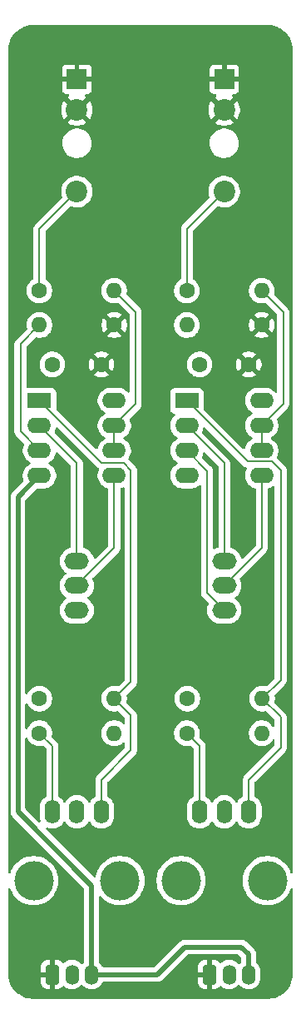
<source format=gbr>
%TF.GenerationSoftware,KiCad,Pcbnew,9.0.4*%
%TF.CreationDate,2026-02-02T18:08:19+11:00*%
%TF.ProjectId,LFO,4c464f2e-6b69-4636-9164-5f7063625858,rev?*%
%TF.SameCoordinates,Original*%
%TF.FileFunction,Copper,L1,Top*%
%TF.FilePolarity,Positive*%
%FSLAX46Y46*%
G04 Gerber Fmt 4.6, Leading zero omitted, Abs format (unit mm)*
G04 Created by KiCad (PCBNEW 9.0.4) date 2026-02-02 18:08:19*
%MOMM*%
%LPD*%
G01*
G04 APERTURE LIST*
G04 Aperture macros list*
%AMRoundRect*
0 Rectangle with rounded corners*
0 $1 Rounding radius*
0 $2 $3 $4 $5 $6 $7 $8 $9 X,Y pos of 4 corners*
0 Add a 4 corners polygon primitive as box body*
4,1,4,$2,$3,$4,$5,$6,$7,$8,$9,$2,$3,0*
0 Add four circle primitives for the rounded corners*
1,1,$1+$1,$2,$3*
1,1,$1+$1,$4,$5*
1,1,$1+$1,$6,$7*
1,1,$1+$1,$8,$9*
0 Add four rect primitives between the rounded corners*
20,1,$1+$1,$2,$3,$4,$5,0*
20,1,$1+$1,$4,$5,$6,$7,0*
20,1,$1+$1,$6,$7,$8,$9,0*
20,1,$1+$1,$8,$9,$2,$3,0*%
G04 Aperture macros list end*
%TA.AperFunction,ComponentPad*%
%ADD10C,1.600000*%
%TD*%
%TA.AperFunction,ComponentPad*%
%ADD11R,2.400000X1.600000*%
%TD*%
%TA.AperFunction,ComponentPad*%
%ADD12O,2.400000X1.600000*%
%TD*%
%TA.AperFunction,ComponentPad*%
%ADD13O,1.600000X1.600000*%
%TD*%
%TA.AperFunction,WasherPad*%
%ADD14C,4.000000*%
%TD*%
%TA.AperFunction,ComponentPad*%
%ADD15O,1.600000X2.400000*%
%TD*%
%TA.AperFunction,ComponentPad*%
%ADD16RoundRect,0.291666X-0.408334X-0.708334X0.408334X-0.708334X0.408334X0.708334X-0.408334X0.708334X0*%
%TD*%
%TA.AperFunction,ComponentPad*%
%ADD17O,1.400000X2.000000*%
%TD*%
%TA.AperFunction,ComponentPad*%
%ADD18O,2.500000X1.700000*%
%TD*%
%TA.AperFunction,ComponentPad*%
%ADD19R,2.000000X2.000000*%
%TD*%
%TA.AperFunction,ComponentPad*%
%ADD20C,2.200000*%
%TD*%
%TA.AperFunction,Conductor*%
%ADD21C,0.200000*%
%TD*%
%TA.AperFunction,Conductor*%
%ADD22C,0.500000*%
%TD*%
G04 APERTURE END LIST*
D10*
%TO.P,C1,1*%
%TO.N,Net-(SW1-A)*%
X140000000Y-85000000D03*
%TO.P,C1,2*%
%TO.N,GND*%
X145000000Y-85000000D03*
%TD*%
D11*
%TO.P,U2,1*%
%TO.N,Net-(R6-Pad2)*%
X153690000Y-88690000D03*
D12*
%TO.P,U2,2,-*%
%TO.N,Net-(SW2-A)*%
X153690000Y-91230000D03*
%TO.P,U2,3,+*%
%TO.N,Net-(SW2-C)*%
X153690000Y-93770000D03*
%TO.P,U2,4,V-*%
%TO.N,VSS*%
X153690000Y-96310000D03*
%TO.P,U2,5,+*%
%TO.N,Net-(SW2-B)*%
X161310000Y-96310000D03*
%TO.P,U2,6,-*%
%TO.N,Net-(U2B--)*%
X161310000Y-93770000D03*
%TO.P,U2,7*%
X161310000Y-91230000D03*
%TO.P,U2,8,V+*%
%TO.N,VDD*%
X161310000Y-88690000D03*
%TD*%
D10*
%TO.P,R2,1*%
%TO.N,Net-(SW1-C)*%
X138690000Y-119000000D03*
D13*
%TO.P,R2,2*%
%TO.N,Net-(R2-Pad2)*%
X146310000Y-119000000D03*
%TD*%
D10*
%TO.P,C2,1*%
%TO.N,Net-(SW2-A)*%
X155000000Y-85000000D03*
%TO.P,C2,2*%
%TO.N,GND*%
X160000000Y-85000000D03*
%TD*%
%TO.P,R5,1*%
%TO.N,Net-(R5-Pad1)*%
X153690000Y-122500000D03*
D13*
%TO.P,R5,2*%
%TO.N,Net-(SW2-A)*%
X161310000Y-122500000D03*
%TD*%
D14*
%TO.P,RV1,*%
%TO.N,*%
X146900000Y-137500000D03*
X138100000Y-137500000D03*
D15*
%TO.P,RV1,1,1*%
%TO.N,Net-(R1-Pad1)*%
X139999999Y-130500000D03*
%TO.P,RV1,2,2*%
X142500000Y-130500000D03*
%TO.P,RV1,3,3*%
%TO.N,Net-(R2-Pad2)*%
X145000001Y-130500000D03*
%TD*%
D14*
%TO.P,RV2,*%
%TO.N,*%
X161900000Y-137500000D03*
X153100000Y-137500000D03*
D15*
%TO.P,RV2,1,1*%
%TO.N,Net-(R5-Pad1)*%
X154999999Y-130500000D03*
%TO.P,RV2,2,2*%
X157500000Y-130500000D03*
%TO.P,RV2,3,3*%
%TO.N,Net-(R6-Pad2)*%
X160000001Y-130500000D03*
%TD*%
D16*
%TO.P,J3,1,Pin_1*%
%TO.N,GND*%
X140000000Y-147050000D03*
D17*
%TO.P,J3,2,Pin_2*%
%TO.N,VDD*%
X142000000Y-147050000D03*
%TO.P,J3,3,Pin_3*%
%TO.N,VSS*%
X144000000Y-147050000D03*
%TD*%
D10*
%TO.P,R6,1*%
%TO.N,Net-(SW2-C)*%
X153750000Y-119000000D03*
D13*
%TO.P,R6,2*%
%TO.N,Net-(R6-Pad2)*%
X161370000Y-119000000D03*
%TD*%
D16*
%TO.P,J4,1,Pin_1*%
%TO.N,GND*%
X156000000Y-147050000D03*
D17*
%TO.P,J4,2,Pin_2*%
%TO.N,VDD*%
X158000000Y-147050000D03*
%TO.P,J4,3,Pin_3*%
%TO.N,VSS*%
X160000000Y-147050000D03*
%TD*%
D10*
%TO.P,R3,1*%
%TO.N,GND*%
X146310000Y-81000000D03*
D13*
%TO.P,R3,2*%
%TO.N,Net-(SW1-C)*%
X138690000Y-81000000D03*
%TD*%
D10*
%TO.P,R4,1*%
%TO.N,Net-(J1-PadT)*%
X138690000Y-77500000D03*
D13*
%TO.P,R4,2*%
%TO.N,Net-(U1B--)*%
X146310000Y-77500000D03*
%TD*%
D18*
%TO.P,SW2,1,A*%
%TO.N,Net-(SW2-A)*%
X157500000Y-105000000D03*
%TO.P,SW2,2,B*%
%TO.N,Net-(SW2-B)*%
X157500000Y-107500000D03*
%TO.P,SW2,3,C*%
%TO.N,Net-(SW2-C)*%
X157500000Y-110000000D03*
%TD*%
D19*
%TO.P,J1,G*%
%TO.N,GND*%
X142500000Y-56020000D03*
D20*
%TO.P,J1,S*%
X142500000Y-59120000D03*
%TO.P,J1,T*%
%TO.N,Net-(J1-PadT)*%
X142500000Y-67420000D03*
%TD*%
D10*
%TO.P,R1,1*%
%TO.N,Net-(R1-Pad1)*%
X138690000Y-122500000D03*
D13*
%TO.P,R1,2*%
%TO.N,Net-(SW1-A)*%
X146310000Y-122500000D03*
%TD*%
D19*
%TO.P,J2,G*%
%TO.N,GND*%
X157500000Y-56020000D03*
D20*
%TO.P,J2,S*%
X157500000Y-59120000D03*
%TO.P,J2,T*%
%TO.N,Net-(J2-PadT)*%
X157500000Y-67420000D03*
%TD*%
D18*
%TO.P,SW1,1,A*%
%TO.N,Net-(SW1-A)*%
X142500000Y-105000000D03*
%TO.P,SW1,2,B*%
%TO.N,Net-(SW1-B)*%
X142500000Y-107500000D03*
%TO.P,SW1,3,C*%
%TO.N,Net-(SW1-C)*%
X142500000Y-110000000D03*
%TD*%
D11*
%TO.P,U1,1*%
%TO.N,Net-(R2-Pad2)*%
X138690000Y-88690000D03*
D12*
%TO.P,U1,2,-*%
%TO.N,Net-(SW1-A)*%
X138690000Y-91230000D03*
%TO.P,U1,3,+*%
%TO.N,Net-(SW1-C)*%
X138690000Y-93770000D03*
%TO.P,U1,4,V-*%
%TO.N,VSS*%
X138690000Y-96310000D03*
%TO.P,U1,5,+*%
%TO.N,Net-(SW1-B)*%
X146310000Y-96310000D03*
%TO.P,U1,6,-*%
%TO.N,Net-(U1B--)*%
X146310000Y-93770000D03*
%TO.P,U1,7*%
X146310000Y-91230000D03*
%TO.P,U1,8,V+*%
%TO.N,VDD*%
X146310000Y-88690000D03*
%TD*%
D10*
%TO.P,R7,1*%
%TO.N,GND*%
X161310000Y-81000000D03*
D13*
%TO.P,R7,2*%
%TO.N,Net-(SW2-C)*%
X153690000Y-81000000D03*
%TD*%
D10*
%TO.P,R8,1*%
%TO.N,Net-(J2-PadT)*%
X153690000Y-77500000D03*
D13*
%TO.P,R8,2*%
%TO.N,Net-(U2B--)*%
X161310000Y-77500000D03*
%TD*%
D21*
%TO.N,Net-(R1-Pad1)*%
X139999999Y-130500000D02*
X139999999Y-123809999D01*
X139999999Y-123809999D02*
X138690000Y-122500000D01*
D22*
%TO.N,VSS*%
X160000000Y-145000000D02*
X160000000Y-147050000D01*
X153500000Y-144250000D02*
X159250000Y-144250000D01*
X150700000Y-147050000D02*
X153500000Y-144250000D01*
X136500000Y-130500000D02*
X136500000Y-98500000D01*
X144000000Y-147050000D02*
X150700000Y-147050000D01*
X136500000Y-98500000D02*
X138690000Y-96310000D01*
X144000000Y-147050000D02*
X144000000Y-138000000D01*
X159250000Y-144250000D02*
X160000000Y-145000000D01*
X144000000Y-138000000D02*
X136500000Y-130500000D01*
D21*
%TO.N,Net-(SW1-A)*%
X142500000Y-105000000D02*
X142500000Y-95040000D01*
X142500000Y-95040000D02*
X138690000Y-91230000D01*
%TO.N,Net-(SW1-C)*%
X136750000Y-91830000D02*
X138690000Y-93770000D01*
X138690000Y-81000000D02*
X136750000Y-82940000D01*
X136750000Y-82940000D02*
X136750000Y-91830000D01*
%TO.N,Net-(R2-Pad2)*%
X146310000Y-119000000D02*
X148000000Y-120690000D01*
X145000000Y-95000000D02*
X147250000Y-95000000D01*
X148000000Y-117310000D02*
X146310000Y-119000000D01*
X148000000Y-95750000D02*
X148000000Y-117310000D01*
X148000000Y-124250000D02*
X145000001Y-127249999D01*
X148000000Y-120690000D02*
X148000000Y-124250000D01*
X138690000Y-88690000D02*
X145000000Y-95000000D01*
X145000001Y-127249999D02*
X145000001Y-130500000D01*
X147250000Y-95000000D02*
X148000000Y-95750000D01*
%TO.N,Net-(U1B--)*%
X146310000Y-77500000D02*
X148500000Y-79690000D01*
X148500000Y-79690000D02*
X148500000Y-89040000D01*
X148500000Y-89040000D02*
X146310000Y-91230000D01*
X146310000Y-91230000D02*
X146310000Y-93770000D01*
%TO.N,Net-(SW1-B)*%
X142500000Y-107500000D02*
X146310000Y-103690000D01*
X146310000Y-103690000D02*
X146310000Y-96310000D01*
%TO.N,Net-(J1-PadT)*%
X138690000Y-71230000D02*
X142500000Y-67420000D01*
X138690000Y-77500000D02*
X138690000Y-71230000D01*
%TO.N,Net-(J2-PadT)*%
X153690000Y-71230000D02*
X157500000Y-67420000D01*
X153690000Y-77500000D02*
X153690000Y-71230000D01*
%TO.N,Net-(R5-Pad1)*%
X154999999Y-130500000D02*
X154999999Y-123809999D01*
X154999999Y-123809999D02*
X153690000Y-122500000D01*
%TO.N,Net-(SW2-A)*%
X157500000Y-105000000D02*
X157500000Y-95040000D01*
X157500000Y-95040000D02*
X153690000Y-91230000D01*
%TO.N,Net-(R6-Pad2)*%
X159871000Y-94871000D02*
X162371000Y-94871000D01*
X163250000Y-124000001D02*
X160000001Y-127250000D01*
X163250000Y-117120000D02*
X161370000Y-119000000D01*
X161370000Y-119000000D02*
X163250000Y-120880000D01*
X163250000Y-95750000D02*
X163250000Y-117120000D01*
X162371000Y-94871000D02*
X163250000Y-95750000D01*
X153690000Y-88690000D02*
X159871000Y-94871000D01*
X160000001Y-127250000D02*
X160000001Y-130500000D01*
X163250000Y-120880000D02*
X163250000Y-124000001D01*
%TO.N,Net-(SW2-C)*%
X155750000Y-108250000D02*
X157500000Y-110000000D01*
X155750000Y-95830000D02*
X155750000Y-108250000D01*
X153690000Y-93770000D02*
X155750000Y-95830000D01*
%TO.N,Net-(U2B--)*%
X163500000Y-89040000D02*
X161310000Y-91230000D01*
X161310000Y-77500000D02*
X163500000Y-79690000D01*
X163500000Y-79690000D02*
X163500000Y-89040000D01*
X161310000Y-91230000D02*
X161310000Y-93770000D01*
%TO.N,Net-(SW2-B)*%
X157500000Y-107500000D02*
X161310000Y-103690000D01*
X161310000Y-103690000D02*
X161310000Y-96310000D01*
%TD*%
%TA.AperFunction,Conductor*%
%TO.N,GND*%
G36*
X162003736Y-50500726D02*
G01*
X162293796Y-50518271D01*
X162308659Y-50520076D01*
X162590798Y-50571780D01*
X162605335Y-50575363D01*
X162879172Y-50660695D01*
X162893163Y-50666000D01*
X163154743Y-50783727D01*
X163167989Y-50790680D01*
X163413465Y-50939075D01*
X163425776Y-50947573D01*
X163651573Y-51124473D01*
X163662781Y-51134403D01*
X163865596Y-51337218D01*
X163875526Y-51348426D01*
X163995481Y-51501538D01*
X164052422Y-51574217D01*
X164060928Y-51586540D01*
X164209316Y-51832004D01*
X164216275Y-51845263D01*
X164333997Y-52106831D01*
X164339306Y-52120832D01*
X164424635Y-52394663D01*
X164428219Y-52409201D01*
X164479923Y-52691340D01*
X164481728Y-52706205D01*
X164499274Y-52996263D01*
X164499500Y-53003750D01*
X164499500Y-136628261D01*
X164479815Y-136695300D01*
X164427011Y-136741055D01*
X164357853Y-136750999D01*
X164294297Y-136721974D01*
X164258459Y-136669216D01*
X164239762Y-136615784D01*
X164213801Y-136541592D01*
X164091945Y-136288555D01*
X163942523Y-136050752D01*
X163767416Y-135831175D01*
X163568825Y-135632584D01*
X163349248Y-135457477D01*
X163111445Y-135308055D01*
X163111442Y-135308053D01*
X162858411Y-135186200D01*
X162593329Y-135093443D01*
X162593317Y-135093439D01*
X162319512Y-135030945D01*
X162319494Y-135030942D01*
X162040431Y-134999500D01*
X162040425Y-134999500D01*
X161759575Y-134999500D01*
X161759568Y-134999500D01*
X161480505Y-135030942D01*
X161480487Y-135030945D01*
X161206682Y-135093439D01*
X161206670Y-135093443D01*
X160941588Y-135186200D01*
X160688557Y-135308053D01*
X160450753Y-135457476D01*
X160231175Y-135632583D01*
X160032583Y-135831175D01*
X159857476Y-136050753D01*
X159708053Y-136288557D01*
X159586200Y-136541588D01*
X159493443Y-136806670D01*
X159493439Y-136806682D01*
X159430945Y-137080487D01*
X159430942Y-137080505D01*
X159399500Y-137359568D01*
X159399500Y-137640431D01*
X159430942Y-137919494D01*
X159430945Y-137919512D01*
X159493439Y-138193317D01*
X159493443Y-138193329D01*
X159586200Y-138458411D01*
X159708053Y-138711442D01*
X159708055Y-138711445D01*
X159857477Y-138949248D01*
X160032584Y-139168825D01*
X160231175Y-139367416D01*
X160450752Y-139542523D01*
X160688555Y-139691945D01*
X160941592Y-139813801D01*
X161140680Y-139883465D01*
X161206670Y-139906556D01*
X161206682Y-139906560D01*
X161480491Y-139969055D01*
X161480497Y-139969055D01*
X161480505Y-139969057D01*
X161666547Y-139990018D01*
X161759569Y-140000499D01*
X161759572Y-140000500D01*
X161759575Y-140000500D01*
X162040428Y-140000500D01*
X162040429Y-140000499D01*
X162183055Y-139984429D01*
X162319494Y-139969057D01*
X162319499Y-139969056D01*
X162319509Y-139969055D01*
X162593318Y-139906560D01*
X162858408Y-139813801D01*
X163111445Y-139691945D01*
X163349248Y-139542523D01*
X163568825Y-139367416D01*
X163767416Y-139168825D01*
X163942523Y-138949248D01*
X164091945Y-138711445D01*
X164213801Y-138458408D01*
X164258459Y-138330783D01*
X164299180Y-138274007D01*
X164364133Y-138248260D01*
X164432695Y-138261716D01*
X164483097Y-138310104D01*
X164499500Y-138371738D01*
X164499500Y-146996249D01*
X164499274Y-147003736D01*
X164481728Y-147293794D01*
X164479923Y-147308659D01*
X164428219Y-147590798D01*
X164424635Y-147605336D01*
X164339306Y-147879167D01*
X164333997Y-147893168D01*
X164216275Y-148154736D01*
X164209316Y-148167995D01*
X164060928Y-148413459D01*
X164052422Y-148425782D01*
X163875526Y-148651573D01*
X163865596Y-148662781D01*
X163662781Y-148865596D01*
X163651573Y-148875526D01*
X163425782Y-149052422D01*
X163413459Y-149060928D01*
X163167995Y-149209316D01*
X163154736Y-149216275D01*
X162893168Y-149333997D01*
X162879167Y-149339306D01*
X162605336Y-149424635D01*
X162590798Y-149428219D01*
X162308659Y-149479923D01*
X162293794Y-149481728D01*
X162014454Y-149498624D01*
X162003735Y-149499273D01*
X161996250Y-149499499D01*
X138003734Y-149499499D01*
X137996247Y-149499273D01*
X137706205Y-149481728D01*
X137691340Y-149479923D01*
X137409201Y-149428219D01*
X137394663Y-149424635D01*
X137120832Y-149339306D01*
X137106831Y-149333997D01*
X136845263Y-149216275D01*
X136832004Y-149209316D01*
X136586540Y-149060928D01*
X136574217Y-149052422D01*
X136348426Y-148875526D01*
X136337218Y-148865596D01*
X136134403Y-148662781D01*
X136124473Y-148651573D01*
X135947573Y-148425776D01*
X135939075Y-148413465D01*
X135790680Y-148167989D01*
X135783727Y-148154743D01*
X135666000Y-147893163D01*
X135660693Y-147879167D01*
X135641448Y-147817409D01*
X135575363Y-147605335D01*
X135571780Y-147590798D01*
X135520076Y-147308659D01*
X135518271Y-147293795D01*
X135517452Y-147280255D01*
X135500726Y-147003736D01*
X135500500Y-146996249D01*
X135500500Y-138371738D01*
X135520185Y-138304699D01*
X135572989Y-138258944D01*
X135642147Y-138249000D01*
X135705703Y-138278025D01*
X135741541Y-138330783D01*
X135786200Y-138458411D01*
X135908053Y-138711442D01*
X135908055Y-138711445D01*
X136057477Y-138949248D01*
X136232584Y-139168825D01*
X136431175Y-139367416D01*
X136650752Y-139542523D01*
X136888555Y-139691945D01*
X137141592Y-139813801D01*
X137340680Y-139883465D01*
X137406670Y-139906556D01*
X137406682Y-139906560D01*
X137680491Y-139969055D01*
X137680497Y-139969055D01*
X137680505Y-139969057D01*
X137866547Y-139990018D01*
X137959569Y-140000499D01*
X137959572Y-140000500D01*
X137959575Y-140000500D01*
X138240428Y-140000500D01*
X138240429Y-140000499D01*
X138383055Y-139984429D01*
X138519494Y-139969057D01*
X138519499Y-139969056D01*
X138519509Y-139969055D01*
X138793318Y-139906560D01*
X139058408Y-139813801D01*
X139311445Y-139691945D01*
X139549248Y-139542523D01*
X139768825Y-139367416D01*
X139967416Y-139168825D01*
X140142523Y-138949248D01*
X140291945Y-138711445D01*
X140413801Y-138458408D01*
X140506560Y-138193318D01*
X140569055Y-137919509D01*
X140600500Y-137640425D01*
X140600500Y-137359575D01*
X140590018Y-137266547D01*
X140569057Y-137080505D01*
X140569054Y-137080487D01*
X140506560Y-136806682D01*
X140506556Y-136806670D01*
X140465694Y-136689895D01*
X140413801Y-136541592D01*
X140291945Y-136288555D01*
X140142523Y-136050752D01*
X139967416Y-135831175D01*
X139768825Y-135632584D01*
X139549248Y-135457477D01*
X139311445Y-135308055D01*
X139311442Y-135308053D01*
X139058411Y-135186200D01*
X138793329Y-135093443D01*
X138793317Y-135093439D01*
X138519512Y-135030945D01*
X138519494Y-135030942D01*
X138240431Y-134999500D01*
X138240425Y-134999500D01*
X137959575Y-134999500D01*
X137959568Y-134999500D01*
X137680505Y-135030942D01*
X137680487Y-135030945D01*
X137406682Y-135093439D01*
X137406670Y-135093443D01*
X137141588Y-135186200D01*
X136888557Y-135308053D01*
X136650753Y-135457476D01*
X136431175Y-135632583D01*
X136232583Y-135831175D01*
X136057476Y-136050753D01*
X135908053Y-136288557D01*
X135786200Y-136541588D01*
X135741541Y-136669216D01*
X135700819Y-136725992D01*
X135635867Y-136751739D01*
X135567305Y-136738283D01*
X135516902Y-136689895D01*
X135500500Y-136628261D01*
X135500500Y-130573920D01*
X135749499Y-130573920D01*
X135778340Y-130718907D01*
X135778343Y-130718917D01*
X135834912Y-130855488D01*
X135834915Y-130855494D01*
X135834916Y-130855495D01*
X135843748Y-130868713D01*
X135843749Y-130868716D01*
X135917046Y-130978414D01*
X135917052Y-130978421D01*
X143213181Y-138274549D01*
X143246666Y-138335872D01*
X143249500Y-138362230D01*
X143249500Y-145751374D01*
X143240855Y-145780814D01*
X143234332Y-145810801D01*
X143230577Y-145815816D01*
X143229815Y-145818413D01*
X143213182Y-145839055D01*
X143213181Y-145839056D01*
X143087680Y-145964556D01*
X143026357Y-145998040D01*
X142956665Y-145993056D01*
X142912318Y-145964555D01*
X142782075Y-145834312D01*
X142782073Y-145834310D01*
X142629199Y-145723240D01*
X142620479Y-145718797D01*
X142460836Y-145637454D01*
X142281118Y-145579059D01*
X142094486Y-145549500D01*
X142094481Y-145549500D01*
X141905519Y-145549500D01*
X141905514Y-145549500D01*
X141718881Y-145579059D01*
X141539163Y-145637454D01*
X141370800Y-145723240D01*
X141283579Y-145786610D01*
X141217927Y-145834310D01*
X141217925Y-145834312D01*
X141217922Y-145834314D01*
X141206923Y-145845313D01*
X141145599Y-145878796D01*
X141075907Y-145873809D01*
X141031564Y-145845311D01*
X140905049Y-145718797D01*
X140905050Y-145718797D01*
X140753998Y-145623887D01*
X140753999Y-145623887D01*
X140585612Y-145564965D01*
X140585602Y-145564963D01*
X140452797Y-145550000D01*
X140250000Y-145550000D01*
X140250000Y-146769670D01*
X140230255Y-146749925D01*
X140144745Y-146700556D01*
X140049370Y-146675000D01*
X139950630Y-146675000D01*
X139855255Y-146700556D01*
X139769745Y-146749925D01*
X139750000Y-146769670D01*
X139750000Y-145550000D01*
X139547207Y-145550000D01*
X139547201Y-145550001D01*
X139414397Y-145564963D01*
X139414387Y-145564965D01*
X139246000Y-145623887D01*
X139094949Y-145718797D01*
X138968797Y-145844949D01*
X138873887Y-145996000D01*
X138814965Y-146164387D01*
X138814963Y-146164397D01*
X138800000Y-146297202D01*
X138800000Y-146800000D01*
X139719670Y-146800000D01*
X139699925Y-146819745D01*
X139650556Y-146905255D01*
X139625000Y-147000630D01*
X139625000Y-147099370D01*
X139650556Y-147194745D01*
X139699925Y-147280255D01*
X139719670Y-147300000D01*
X138800001Y-147300000D01*
X138800001Y-147802798D01*
X138814963Y-147935602D01*
X138814965Y-147935612D01*
X138873887Y-148103999D01*
X138968797Y-148255050D01*
X139094949Y-148381202D01*
X139246001Y-148476112D01*
X139246000Y-148476112D01*
X139414387Y-148535034D01*
X139414397Y-148535036D01*
X139547204Y-148549999D01*
X139749999Y-148549999D01*
X139750000Y-148549998D01*
X139750000Y-147330330D01*
X139769745Y-147350075D01*
X139855255Y-147399444D01*
X139950630Y-147425000D01*
X140049370Y-147425000D01*
X140144745Y-147399444D01*
X140230255Y-147350075D01*
X140250000Y-147330330D01*
X140250000Y-148549999D01*
X140452791Y-148549999D01*
X140452798Y-148549998D01*
X140585602Y-148535036D01*
X140585612Y-148535034D01*
X140753999Y-148476112D01*
X140905050Y-148381202D01*
X140905053Y-148381199D01*
X141031564Y-148254689D01*
X141092887Y-148221204D01*
X141162579Y-148226188D01*
X141206926Y-148254689D01*
X141217927Y-148265690D01*
X141370801Y-148376760D01*
X141442827Y-148413459D01*
X141539163Y-148462545D01*
X141539165Y-148462545D01*
X141539168Y-148462547D01*
X141580917Y-148476112D01*
X141718881Y-148520940D01*
X141905514Y-148550500D01*
X141905519Y-148550500D01*
X142094486Y-148550500D01*
X142281118Y-148520940D01*
X142460832Y-148462547D01*
X142629199Y-148376760D01*
X142782073Y-148265690D01*
X142912319Y-148135444D01*
X142973642Y-148101959D01*
X143043334Y-148106943D01*
X143087681Y-148135444D01*
X143217927Y-148265690D01*
X143370801Y-148376760D01*
X143442827Y-148413459D01*
X143539163Y-148462545D01*
X143539165Y-148462545D01*
X143539168Y-148462547D01*
X143580917Y-148476112D01*
X143718881Y-148520940D01*
X143905514Y-148550500D01*
X143905519Y-148550500D01*
X144094486Y-148550500D01*
X144281118Y-148520940D01*
X144460832Y-148462547D01*
X144629199Y-148376760D01*
X144782073Y-148265690D01*
X144915690Y-148132073D01*
X145026760Y-147979199D01*
X145083314Y-147868204D01*
X145131288Y-147817409D01*
X145193799Y-147800500D01*
X150773920Y-147800500D01*
X150871462Y-147781096D01*
X150918913Y-147771658D01*
X151055495Y-147715084D01*
X151104729Y-147682186D01*
X151178416Y-147632952D01*
X153774549Y-145036819D01*
X153835872Y-145003334D01*
X153862230Y-145000500D01*
X158887770Y-145000500D01*
X158954809Y-145020185D01*
X158975451Y-145036819D01*
X159213181Y-145274548D01*
X159246666Y-145335871D01*
X159249500Y-145362229D01*
X159249500Y-145751374D01*
X159240855Y-145780814D01*
X159234332Y-145810801D01*
X159230577Y-145815816D01*
X159229815Y-145818413D01*
X159213182Y-145839055D01*
X159213181Y-145839056D01*
X159087680Y-145964556D01*
X159026357Y-145998040D01*
X158956665Y-145993056D01*
X158912318Y-145964555D01*
X158782075Y-145834312D01*
X158782073Y-145834310D01*
X158629199Y-145723240D01*
X158620479Y-145718797D01*
X158460836Y-145637454D01*
X158281118Y-145579059D01*
X158094486Y-145549500D01*
X158094481Y-145549500D01*
X157905519Y-145549500D01*
X157905514Y-145549500D01*
X157718881Y-145579059D01*
X157539163Y-145637454D01*
X157370800Y-145723240D01*
X157283579Y-145786610D01*
X157217927Y-145834310D01*
X157217925Y-145834312D01*
X157217922Y-145834314D01*
X157206923Y-145845313D01*
X157145599Y-145878796D01*
X157075907Y-145873809D01*
X157031564Y-145845311D01*
X156905049Y-145718797D01*
X156905050Y-145718797D01*
X156753998Y-145623887D01*
X156753999Y-145623887D01*
X156585612Y-145564965D01*
X156585602Y-145564963D01*
X156452797Y-145550000D01*
X156250000Y-145550000D01*
X156250000Y-146769670D01*
X156230255Y-146749925D01*
X156144745Y-146700556D01*
X156049370Y-146675000D01*
X155950630Y-146675000D01*
X155855255Y-146700556D01*
X155769745Y-146749925D01*
X155750000Y-146769670D01*
X155750000Y-145550000D01*
X155547207Y-145550000D01*
X155547201Y-145550001D01*
X155414397Y-145564963D01*
X155414387Y-145564965D01*
X155246000Y-145623887D01*
X155094949Y-145718797D01*
X154968797Y-145844949D01*
X154873887Y-145996000D01*
X154814965Y-146164387D01*
X154814963Y-146164397D01*
X154800000Y-146297202D01*
X154800000Y-146800000D01*
X155719670Y-146800000D01*
X155699925Y-146819745D01*
X155650556Y-146905255D01*
X155625000Y-147000630D01*
X155625000Y-147099370D01*
X155650556Y-147194745D01*
X155699925Y-147280255D01*
X155719670Y-147300000D01*
X154800001Y-147300000D01*
X154800001Y-147802798D01*
X154814963Y-147935602D01*
X154814965Y-147935612D01*
X154873887Y-148103999D01*
X154968797Y-148255050D01*
X155094949Y-148381202D01*
X155246001Y-148476112D01*
X155246000Y-148476112D01*
X155414387Y-148535034D01*
X155414397Y-148535036D01*
X155547204Y-148549999D01*
X155749999Y-148549999D01*
X155750000Y-148549998D01*
X155750000Y-147330330D01*
X155769745Y-147350075D01*
X155855255Y-147399444D01*
X155950630Y-147425000D01*
X156049370Y-147425000D01*
X156144745Y-147399444D01*
X156230255Y-147350075D01*
X156250000Y-147330330D01*
X156250000Y-148549999D01*
X156452791Y-148549999D01*
X156452798Y-148549998D01*
X156585602Y-148535036D01*
X156585612Y-148535034D01*
X156753999Y-148476112D01*
X156905050Y-148381202D01*
X156905053Y-148381199D01*
X157031564Y-148254689D01*
X157092887Y-148221204D01*
X157162579Y-148226188D01*
X157206926Y-148254689D01*
X157217927Y-148265690D01*
X157370801Y-148376760D01*
X157442827Y-148413459D01*
X157539163Y-148462545D01*
X157539165Y-148462545D01*
X157539168Y-148462547D01*
X157580917Y-148476112D01*
X157718881Y-148520940D01*
X157905514Y-148550500D01*
X157905519Y-148550500D01*
X158094486Y-148550500D01*
X158281118Y-148520940D01*
X158460832Y-148462547D01*
X158629199Y-148376760D01*
X158782073Y-148265690D01*
X158912319Y-148135444D01*
X158973642Y-148101959D01*
X159043334Y-148106943D01*
X159087681Y-148135444D01*
X159217927Y-148265690D01*
X159370801Y-148376760D01*
X159442827Y-148413459D01*
X159539163Y-148462545D01*
X159539165Y-148462545D01*
X159539168Y-148462547D01*
X159580917Y-148476112D01*
X159718881Y-148520940D01*
X159905514Y-148550500D01*
X159905519Y-148550500D01*
X160094486Y-148550500D01*
X160281118Y-148520940D01*
X160460832Y-148462547D01*
X160629199Y-148376760D01*
X160782073Y-148265690D01*
X160915690Y-148132073D01*
X161026760Y-147979199D01*
X161112547Y-147810832D01*
X161170940Y-147631118D01*
X161200500Y-147444486D01*
X161200500Y-146655513D01*
X161170940Y-146468881D01*
X161112545Y-146289163D01*
X161026759Y-146120800D01*
X160915690Y-145967927D01*
X160786818Y-145839055D01*
X160753334Y-145777732D01*
X160750500Y-145751374D01*
X160750500Y-144926079D01*
X160721659Y-144781092D01*
X160721658Y-144781091D01*
X160721658Y-144781087D01*
X160721656Y-144781082D01*
X160665087Y-144644511D01*
X160665080Y-144644498D01*
X160582952Y-144521585D01*
X160582951Y-144521584D01*
X160478416Y-144417049D01*
X159728421Y-143667052D01*
X159728414Y-143667046D01*
X159654729Y-143617812D01*
X159654729Y-143617813D01*
X159605491Y-143584913D01*
X159468917Y-143528343D01*
X159468907Y-143528340D01*
X159323920Y-143499500D01*
X159323918Y-143499500D01*
X153426082Y-143499500D01*
X153426080Y-143499500D01*
X153281092Y-143528340D01*
X153281086Y-143528342D01*
X153144508Y-143584914D01*
X153144496Y-143584921D01*
X153095269Y-143617813D01*
X153021588Y-143667044D01*
X153021580Y-143667050D01*
X150425451Y-146263181D01*
X150364128Y-146296666D01*
X150337770Y-146299500D01*
X145193799Y-146299500D01*
X145126760Y-146279815D01*
X145083314Y-146231795D01*
X145026759Y-146120800D01*
X144915690Y-145967927D01*
X144786818Y-145839055D01*
X144753334Y-145777732D01*
X144750500Y-145751374D01*
X144750500Y-139169474D01*
X144770185Y-139102435D01*
X144822989Y-139056680D01*
X144892147Y-139046736D01*
X144955703Y-139075761D01*
X144971447Y-139092162D01*
X145032577Y-139168818D01*
X145032583Y-139168824D01*
X145032584Y-139168825D01*
X145231175Y-139367416D01*
X145450752Y-139542523D01*
X145688555Y-139691945D01*
X145941592Y-139813801D01*
X146140680Y-139883465D01*
X146206670Y-139906556D01*
X146206682Y-139906560D01*
X146480491Y-139969055D01*
X146480497Y-139969055D01*
X146480505Y-139969057D01*
X146666547Y-139990018D01*
X146759569Y-140000499D01*
X146759572Y-140000500D01*
X146759575Y-140000500D01*
X147040428Y-140000500D01*
X147040429Y-140000499D01*
X147183055Y-139984429D01*
X147319494Y-139969057D01*
X147319499Y-139969056D01*
X147319509Y-139969055D01*
X147593318Y-139906560D01*
X147858408Y-139813801D01*
X148111445Y-139691945D01*
X148349248Y-139542523D01*
X148568825Y-139367416D01*
X148767416Y-139168825D01*
X148942523Y-138949248D01*
X149091945Y-138711445D01*
X149213801Y-138458408D01*
X149306560Y-138193318D01*
X149369055Y-137919509D01*
X149400500Y-137640425D01*
X149400500Y-137359575D01*
X149400499Y-137359568D01*
X150599500Y-137359568D01*
X150599500Y-137640431D01*
X150630942Y-137919494D01*
X150630945Y-137919512D01*
X150693439Y-138193317D01*
X150693443Y-138193329D01*
X150786200Y-138458411D01*
X150908053Y-138711442D01*
X150908055Y-138711445D01*
X151057477Y-138949248D01*
X151232584Y-139168825D01*
X151431175Y-139367416D01*
X151650752Y-139542523D01*
X151888555Y-139691945D01*
X152141592Y-139813801D01*
X152340680Y-139883465D01*
X152406670Y-139906556D01*
X152406682Y-139906560D01*
X152680491Y-139969055D01*
X152680497Y-139969055D01*
X152680505Y-139969057D01*
X152866547Y-139990018D01*
X152959569Y-140000499D01*
X152959572Y-140000500D01*
X152959575Y-140000500D01*
X153240428Y-140000500D01*
X153240429Y-140000499D01*
X153383055Y-139984429D01*
X153519494Y-139969057D01*
X153519499Y-139969056D01*
X153519509Y-139969055D01*
X153793318Y-139906560D01*
X154058408Y-139813801D01*
X154311445Y-139691945D01*
X154549248Y-139542523D01*
X154768825Y-139367416D01*
X154967416Y-139168825D01*
X155142523Y-138949248D01*
X155291945Y-138711445D01*
X155413801Y-138458408D01*
X155506560Y-138193318D01*
X155569055Y-137919509D01*
X155600500Y-137640425D01*
X155600500Y-137359575D01*
X155590018Y-137266547D01*
X155569057Y-137080505D01*
X155569054Y-137080487D01*
X155506560Y-136806682D01*
X155506556Y-136806670D01*
X155465694Y-136689895D01*
X155413801Y-136541592D01*
X155291945Y-136288555D01*
X155142523Y-136050752D01*
X154967416Y-135831175D01*
X154768825Y-135632584D01*
X154549248Y-135457477D01*
X154311445Y-135308055D01*
X154311442Y-135308053D01*
X154058411Y-135186200D01*
X153793329Y-135093443D01*
X153793317Y-135093439D01*
X153519512Y-135030945D01*
X153519494Y-135030942D01*
X153240431Y-134999500D01*
X153240425Y-134999500D01*
X152959575Y-134999500D01*
X152959568Y-134999500D01*
X152680505Y-135030942D01*
X152680487Y-135030945D01*
X152406682Y-135093439D01*
X152406670Y-135093443D01*
X152141588Y-135186200D01*
X151888557Y-135308053D01*
X151650753Y-135457476D01*
X151431175Y-135632583D01*
X151232583Y-135831175D01*
X151057476Y-136050753D01*
X150908053Y-136288557D01*
X150786200Y-136541588D01*
X150693443Y-136806670D01*
X150693439Y-136806682D01*
X150630945Y-137080487D01*
X150630942Y-137080505D01*
X150599500Y-137359568D01*
X149400499Y-137359568D01*
X149390018Y-137266547D01*
X149369057Y-137080505D01*
X149369054Y-137080487D01*
X149306560Y-136806682D01*
X149306556Y-136806670D01*
X149265694Y-136689895D01*
X149213801Y-136541592D01*
X149091945Y-136288555D01*
X148942523Y-136050752D01*
X148767416Y-135831175D01*
X148568825Y-135632584D01*
X148349248Y-135457477D01*
X148111445Y-135308055D01*
X148111442Y-135308053D01*
X147858411Y-135186200D01*
X147593329Y-135093443D01*
X147593317Y-135093439D01*
X147319512Y-135030945D01*
X147319494Y-135030942D01*
X147040431Y-134999500D01*
X147040425Y-134999500D01*
X146759575Y-134999500D01*
X146759568Y-134999500D01*
X146480505Y-135030942D01*
X146480487Y-135030945D01*
X146206682Y-135093439D01*
X146206670Y-135093443D01*
X145941588Y-135186200D01*
X145688557Y-135308053D01*
X145450753Y-135457476D01*
X145231175Y-135632583D01*
X145032583Y-135831175D01*
X144857476Y-136050753D01*
X144708053Y-136288557D01*
X144586200Y-136541588D01*
X144493443Y-136806670D01*
X144493439Y-136806682D01*
X144430945Y-137080487D01*
X144430943Y-137080499D01*
X144430500Y-137084437D01*
X144403431Y-137148850D01*
X144345835Y-137188404D01*
X144275998Y-137190539D01*
X144219599Y-137158231D01*
X139370957Y-132309589D01*
X139337472Y-132248266D01*
X139342456Y-132178574D01*
X139384328Y-132122641D01*
X139449792Y-132098224D01*
X139496957Y-132103977D01*
X139500775Y-132105217D01*
X139500780Y-132105220D01*
X139639705Y-132150359D01*
X139695464Y-132168477D01*
X139759214Y-132178574D01*
X139897647Y-132200500D01*
X139897648Y-132200500D01*
X140102350Y-132200500D01*
X140102351Y-132200500D01*
X140304533Y-132168477D01*
X140499218Y-132105220D01*
X140681609Y-132012287D01*
X140774589Y-131944732D01*
X140847212Y-131891971D01*
X140847214Y-131891968D01*
X140847218Y-131891966D01*
X140991965Y-131747219D01*
X140991967Y-131747215D01*
X140991970Y-131747213D01*
X141112285Y-131581611D01*
X141139514Y-131528172D01*
X141187488Y-131477376D01*
X141255309Y-131460580D01*
X141321444Y-131483117D01*
X141360483Y-131528170D01*
X141387713Y-131581611D01*
X141508028Y-131747213D01*
X141652786Y-131891971D01*
X141807749Y-132004556D01*
X141818390Y-132012287D01*
X141934607Y-132071503D01*
X142000776Y-132105218D01*
X142000778Y-132105218D01*
X142000781Y-132105220D01*
X142105137Y-132139127D01*
X142195465Y-132168477D01*
X142259215Y-132178574D01*
X142397648Y-132200500D01*
X142397649Y-132200500D01*
X142602351Y-132200500D01*
X142602352Y-132200500D01*
X142804534Y-132168477D01*
X142999219Y-132105220D01*
X143181610Y-132012287D01*
X143274590Y-131944732D01*
X143347213Y-131891971D01*
X143347215Y-131891968D01*
X143347219Y-131891966D01*
X143491966Y-131747219D01*
X143491968Y-131747215D01*
X143491971Y-131747213D01*
X143612286Y-131581611D01*
X143639515Y-131528172D01*
X143687489Y-131477376D01*
X143755310Y-131460580D01*
X143821445Y-131483117D01*
X143860484Y-131528170D01*
X143887714Y-131581611D01*
X144008029Y-131747213D01*
X144152787Y-131891971D01*
X144307750Y-132004556D01*
X144318391Y-132012287D01*
X144434608Y-132071503D01*
X144500777Y-132105218D01*
X144500779Y-132105218D01*
X144500782Y-132105220D01*
X144605138Y-132139127D01*
X144695466Y-132168477D01*
X144759216Y-132178574D01*
X144897649Y-132200500D01*
X144897650Y-132200500D01*
X145102352Y-132200500D01*
X145102353Y-132200500D01*
X145304535Y-132168477D01*
X145499220Y-132105220D01*
X145681611Y-132012287D01*
X145774591Y-131944732D01*
X145847214Y-131891971D01*
X145847216Y-131891968D01*
X145847220Y-131891966D01*
X145991967Y-131747219D01*
X145991969Y-131747215D01*
X145991972Y-131747213D01*
X146044733Y-131674590D01*
X146112288Y-131581610D01*
X146205221Y-131399219D01*
X146268478Y-131204534D01*
X146300501Y-131002352D01*
X146300501Y-129997648D01*
X146268478Y-129795466D01*
X146250001Y-129738601D01*
X146205219Y-129600776D01*
X146139516Y-129471828D01*
X146112288Y-129418390D01*
X146104557Y-129407749D01*
X145991972Y-129252786D01*
X145847214Y-129108028D01*
X145681611Y-128987712D01*
X145668201Y-128980879D01*
X145617407Y-128932903D01*
X145600501Y-128870397D01*
X145600501Y-127550095D01*
X145620186Y-127483056D01*
X145636815Y-127462419D01*
X148368713Y-124730521D01*
X148368716Y-124730520D01*
X148480520Y-124618716D01*
X148530639Y-124531904D01*
X148559577Y-124481785D01*
X148600500Y-124329058D01*
X148600500Y-124170943D01*
X148600500Y-120779059D01*
X148600501Y-120779046D01*
X148600501Y-120610945D01*
X148600501Y-120610943D01*
X148559577Y-120458215D01*
X148559575Y-120458212D01*
X148559575Y-120458210D01*
X148559574Y-120458209D01*
X148525667Y-120399481D01*
X148525665Y-120399479D01*
X148525664Y-120399478D01*
X148480520Y-120321284D01*
X148368716Y-120209480D01*
X148368715Y-120209479D01*
X148364385Y-120205149D01*
X148364374Y-120205139D01*
X147604077Y-119444842D01*
X147570592Y-119383519D01*
X147573828Y-119318841D01*
X147578477Y-119304534D01*
X147610500Y-119102352D01*
X147610500Y-118897648D01*
X152449500Y-118897648D01*
X152449500Y-119102351D01*
X152481522Y-119304534D01*
X152544781Y-119499223D01*
X152637715Y-119681613D01*
X152758028Y-119847213D01*
X152902786Y-119991971D01*
X153057749Y-120104556D01*
X153068390Y-120112287D01*
X153184607Y-120171503D01*
X153250776Y-120205218D01*
X153250778Y-120205218D01*
X153250781Y-120205220D01*
X153355137Y-120239127D01*
X153445465Y-120268477D01*
X153546557Y-120284488D01*
X153647648Y-120300500D01*
X153647649Y-120300500D01*
X153852351Y-120300500D01*
X153852352Y-120300500D01*
X154054534Y-120268477D01*
X154249219Y-120205220D01*
X154431610Y-120112287D01*
X154524590Y-120044732D01*
X154597213Y-119991971D01*
X154597215Y-119991968D01*
X154597219Y-119991966D01*
X154741966Y-119847219D01*
X154741968Y-119847215D01*
X154741971Y-119847213D01*
X154794732Y-119774590D01*
X154862287Y-119681610D01*
X154955220Y-119499219D01*
X155018477Y-119304534D01*
X155050500Y-119102352D01*
X155050500Y-118897648D01*
X155018477Y-118695466D01*
X154955220Y-118500781D01*
X154955218Y-118500778D01*
X154955218Y-118500776D01*
X154921503Y-118434607D01*
X154862287Y-118318390D01*
X154854556Y-118307749D01*
X154741971Y-118152786D01*
X154597213Y-118008028D01*
X154431613Y-117887715D01*
X154431612Y-117887714D01*
X154431610Y-117887713D01*
X154374653Y-117858691D01*
X154249223Y-117794781D01*
X154054534Y-117731522D01*
X153879995Y-117703878D01*
X153852352Y-117699500D01*
X153647648Y-117699500D01*
X153623329Y-117703351D01*
X153445465Y-117731522D01*
X153250776Y-117794781D01*
X153068386Y-117887715D01*
X152902786Y-118008028D01*
X152758028Y-118152786D01*
X152637715Y-118318386D01*
X152544781Y-118500776D01*
X152481522Y-118695465D01*
X152449500Y-118897648D01*
X147610500Y-118897648D01*
X147578477Y-118695466D01*
X147573825Y-118681151D01*
X147571832Y-118611312D01*
X147604075Y-118555158D01*
X148368713Y-117790521D01*
X148368716Y-117790520D01*
X148480520Y-117678716D01*
X148530639Y-117591904D01*
X148559577Y-117541785D01*
X148600501Y-117389057D01*
X148600501Y-117230943D01*
X148600501Y-117223348D01*
X148600500Y-117223330D01*
X148600500Y-95670945D01*
X148600500Y-95670944D01*
X148600500Y-95670943D01*
X148570639Y-95559500D01*
X148559577Y-95518215D01*
X148496810Y-95409500D01*
X148480520Y-95381284D01*
X148368716Y-95269480D01*
X148368713Y-95269478D01*
X147782949Y-94683714D01*
X147749464Y-94622391D01*
X147754448Y-94552699D01*
X147770309Y-94523150D01*
X147822287Y-94451610D01*
X147915220Y-94269219D01*
X147978477Y-94074534D01*
X148010500Y-93872352D01*
X148010500Y-93667648D01*
X147995908Y-93575517D01*
X147978477Y-93465465D01*
X147915218Y-93270776D01*
X147862847Y-93167994D01*
X147822287Y-93088390D01*
X147784935Y-93036979D01*
X147701971Y-92922786D01*
X147557213Y-92778028D01*
X147391614Y-92657715D01*
X147385006Y-92654348D01*
X147298917Y-92610483D01*
X147248123Y-92562511D01*
X147231328Y-92494690D01*
X147253865Y-92428555D01*
X147298917Y-92389516D01*
X147391610Y-92342287D01*
X147435334Y-92310520D01*
X147557213Y-92221971D01*
X147557215Y-92221968D01*
X147557219Y-92221966D01*
X147701966Y-92077219D01*
X147701968Y-92077215D01*
X147701971Y-92077213D01*
X147784936Y-91963019D01*
X147822287Y-91911610D01*
X147915220Y-91729219D01*
X147978477Y-91534534D01*
X148010500Y-91332352D01*
X148010500Y-91127648D01*
X147978477Y-90925466D01*
X147915220Y-90730781D01*
X147915218Y-90730778D01*
X147915218Y-90730776D01*
X147869451Y-90640955D01*
X147856555Y-90572286D01*
X147882831Y-90507546D01*
X147892246Y-90496988D01*
X148980520Y-89408716D01*
X149059577Y-89271784D01*
X149100501Y-89119057D01*
X149100501Y-88960942D01*
X149100501Y-88953347D01*
X149100500Y-88953329D01*
X149100500Y-87842135D01*
X151989500Y-87842135D01*
X151989500Y-89537870D01*
X151989501Y-89537876D01*
X151995908Y-89597483D01*
X152046202Y-89732328D01*
X152046206Y-89732335D01*
X152132452Y-89847544D01*
X152132455Y-89847547D01*
X152247664Y-89933793D01*
X152247671Y-89933797D01*
X152292618Y-89950561D01*
X152382517Y-89984091D01*
X152419441Y-89988060D01*
X152483989Y-90014796D01*
X152523838Y-90072188D01*
X152526333Y-90142013D01*
X152490681Y-90202102D01*
X152479071Y-90211666D01*
X152442784Y-90238030D01*
X152298028Y-90382786D01*
X152177715Y-90548386D01*
X152084781Y-90730776D01*
X152021522Y-90925465D01*
X151989500Y-91127648D01*
X151989500Y-91332351D01*
X152021522Y-91534534D01*
X152084781Y-91729223D01*
X152148691Y-91854653D01*
X152176412Y-91909057D01*
X152177715Y-91911613D01*
X152298028Y-92077213D01*
X152442786Y-92221971D01*
X152564666Y-92310520D01*
X152608390Y-92342287D01*
X152699840Y-92388883D01*
X152701080Y-92389515D01*
X152751876Y-92437490D01*
X152768671Y-92505311D01*
X152746134Y-92571446D01*
X152701080Y-92610485D01*
X152608386Y-92657715D01*
X152442786Y-92778028D01*
X152298028Y-92922786D01*
X152177715Y-93088386D01*
X152084781Y-93270776D01*
X152021522Y-93465465D01*
X151989500Y-93667648D01*
X151989500Y-93872351D01*
X152021522Y-94074534D01*
X152084781Y-94269223D01*
X152177715Y-94451613D01*
X152298028Y-94617213D01*
X152442786Y-94761971D01*
X152597749Y-94874556D01*
X152608390Y-94882287D01*
X152699840Y-94928883D01*
X152701080Y-94929515D01*
X152751876Y-94977490D01*
X152768671Y-95045311D01*
X152746134Y-95111446D01*
X152701080Y-95150485D01*
X152608386Y-95197715D01*
X152442786Y-95318028D01*
X152298028Y-95462786D01*
X152177715Y-95628386D01*
X152084781Y-95810776D01*
X152021522Y-96005465D01*
X151989500Y-96207648D01*
X151989500Y-96412351D01*
X152021522Y-96614534D01*
X152084781Y-96809223D01*
X152177715Y-96991613D01*
X152298028Y-97157213D01*
X152442786Y-97301971D01*
X152597749Y-97414556D01*
X152608390Y-97422287D01*
X152718288Y-97478283D01*
X152790776Y-97515218D01*
X152790778Y-97515218D01*
X152790781Y-97515220D01*
X152895137Y-97549127D01*
X152985465Y-97578477D01*
X153086557Y-97594488D01*
X153187648Y-97610500D01*
X153187649Y-97610500D01*
X154192351Y-97610500D01*
X154192352Y-97610500D01*
X154394534Y-97578477D01*
X154589219Y-97515220D01*
X154771610Y-97422287D01*
X154864932Y-97354485D01*
X154937213Y-97301971D01*
X154937215Y-97301968D01*
X154937219Y-97301966D01*
X154937819Y-97301366D01*
X154938103Y-97301210D01*
X154940915Y-97298809D01*
X154941419Y-97299399D01*
X154999142Y-97267881D01*
X155068834Y-97272865D01*
X155124767Y-97314737D01*
X155149184Y-97380201D01*
X155149500Y-97389047D01*
X155149500Y-108163330D01*
X155149499Y-108163348D01*
X155149499Y-108329054D01*
X155149498Y-108329054D01*
X155149499Y-108329057D01*
X155190423Y-108481785D01*
X155218320Y-108530104D01*
X155269477Y-108618712D01*
X155269481Y-108618717D01*
X155388349Y-108737585D01*
X155388354Y-108737589D01*
X155880570Y-109229805D01*
X155914054Y-109291127D01*
X155909070Y-109360819D01*
X155903373Y-109373779D01*
X155848445Y-109481582D01*
X155782753Y-109683760D01*
X155749500Y-109893713D01*
X155749500Y-110106286D01*
X155782753Y-110316239D01*
X155848444Y-110518414D01*
X155944951Y-110707820D01*
X156069890Y-110879786D01*
X156220213Y-111030109D01*
X156392179Y-111155048D01*
X156392181Y-111155049D01*
X156392184Y-111155051D01*
X156581588Y-111251557D01*
X156783757Y-111317246D01*
X156993713Y-111350500D01*
X156993714Y-111350500D01*
X158006286Y-111350500D01*
X158006287Y-111350500D01*
X158216243Y-111317246D01*
X158418412Y-111251557D01*
X158607816Y-111155051D01*
X158629789Y-111139086D01*
X158779786Y-111030109D01*
X158779788Y-111030106D01*
X158779792Y-111030104D01*
X158930104Y-110879792D01*
X158930106Y-110879788D01*
X158930109Y-110879786D01*
X159055048Y-110707820D01*
X159055047Y-110707820D01*
X159055051Y-110707816D01*
X159151557Y-110518412D01*
X159217246Y-110316243D01*
X159250500Y-110106287D01*
X159250500Y-109893713D01*
X159217246Y-109683757D01*
X159151557Y-109481588D01*
X159055051Y-109292184D01*
X159055049Y-109292181D01*
X159055048Y-109292179D01*
X158930109Y-109120213D01*
X158779792Y-108969896D01*
X158779784Y-108969890D01*
X158615204Y-108850316D01*
X158572540Y-108794989D01*
X158566561Y-108725376D01*
X158599166Y-108663580D01*
X158615199Y-108649686D01*
X158779792Y-108530104D01*
X158930104Y-108379792D01*
X158930106Y-108379788D01*
X158930109Y-108379786D01*
X159055048Y-108207820D01*
X159055047Y-108207820D01*
X159055051Y-108207816D01*
X159151557Y-108018412D01*
X159217246Y-107816243D01*
X159250500Y-107606287D01*
X159250500Y-107393713D01*
X159217246Y-107183757D01*
X159151557Y-106981588D01*
X159096625Y-106873779D01*
X159083730Y-106805111D01*
X159110006Y-106740370D01*
X159119421Y-106729813D01*
X161790520Y-104058716D01*
X161869577Y-103921784D01*
X161910501Y-103769057D01*
X161910501Y-103610942D01*
X161910501Y-103603347D01*
X161910500Y-103603329D01*
X161910500Y-97700860D01*
X161930185Y-97633821D01*
X161982989Y-97588066D01*
X162009886Y-97579959D01*
X162009803Y-97579613D01*
X162014528Y-97578477D01*
X162014534Y-97578477D01*
X162209219Y-97515220D01*
X162391610Y-97422287D01*
X162449537Y-97380201D01*
X162452615Y-97377965D01*
X162518421Y-97354485D01*
X162586475Y-97370311D01*
X162635170Y-97420416D01*
X162649500Y-97478283D01*
X162649500Y-116819902D01*
X162629815Y-116886941D01*
X162613181Y-116907583D01*
X161814842Y-117705921D01*
X161753519Y-117739406D01*
X161688848Y-117736173D01*
X161674534Y-117731522D01*
X161499995Y-117703878D01*
X161472352Y-117699500D01*
X161267648Y-117699500D01*
X161243329Y-117703351D01*
X161065465Y-117731522D01*
X160870776Y-117794781D01*
X160688386Y-117887715D01*
X160522786Y-118008028D01*
X160378028Y-118152786D01*
X160257715Y-118318386D01*
X160164781Y-118500776D01*
X160101522Y-118695465D01*
X160069500Y-118897648D01*
X160069500Y-119102351D01*
X160101522Y-119304534D01*
X160164781Y-119499223D01*
X160257715Y-119681613D01*
X160378028Y-119847213D01*
X160522786Y-119991971D01*
X160677749Y-120104556D01*
X160688390Y-120112287D01*
X160804607Y-120171503D01*
X160870776Y-120205218D01*
X160870778Y-120205218D01*
X160870781Y-120205220D01*
X160975137Y-120239127D01*
X161065465Y-120268477D01*
X161166557Y-120284488D01*
X161267648Y-120300500D01*
X161267649Y-120300500D01*
X161472351Y-120300500D01*
X161472352Y-120300500D01*
X161674534Y-120268477D01*
X161688842Y-120263827D01*
X161758682Y-120261831D01*
X161814842Y-120294077D01*
X162613181Y-121092416D01*
X162646666Y-121153739D01*
X162649500Y-121180097D01*
X162649500Y-121749496D01*
X162629815Y-121816535D01*
X162577011Y-121862290D01*
X162507853Y-121872234D01*
X162444297Y-121843209D01*
X162425984Y-121821725D01*
X162425151Y-121822331D01*
X162301971Y-121652786D01*
X162157213Y-121508028D01*
X161991613Y-121387715D01*
X161991612Y-121387714D01*
X161991610Y-121387713D01*
X161934653Y-121358691D01*
X161809223Y-121294781D01*
X161614534Y-121231522D01*
X161439995Y-121203878D01*
X161412352Y-121199500D01*
X161207648Y-121199500D01*
X161183329Y-121203351D01*
X161005465Y-121231522D01*
X160810776Y-121294781D01*
X160628386Y-121387715D01*
X160462786Y-121508028D01*
X160318028Y-121652786D01*
X160197715Y-121818386D01*
X160104781Y-122000776D01*
X160041522Y-122195465D01*
X160009500Y-122397648D01*
X160009500Y-122602351D01*
X160041522Y-122804534D01*
X160104781Y-122999223D01*
X160168691Y-123124653D01*
X160196453Y-123179138D01*
X160197715Y-123181613D01*
X160318028Y-123347213D01*
X160462786Y-123491971D01*
X160617749Y-123604556D01*
X160628390Y-123612287D01*
X160744607Y-123671503D01*
X160810776Y-123705218D01*
X160810778Y-123705218D01*
X160810781Y-123705220D01*
X160915137Y-123739127D01*
X161005465Y-123768477D01*
X161106557Y-123784488D01*
X161207648Y-123800500D01*
X161207649Y-123800500D01*
X161412351Y-123800500D01*
X161412352Y-123800500D01*
X161614534Y-123768477D01*
X161809219Y-123705220D01*
X161991610Y-123612287D01*
X162090829Y-123540201D01*
X162157213Y-123491971D01*
X162157215Y-123491968D01*
X162157219Y-123491966D01*
X162301966Y-123347219D01*
X162301968Y-123347215D01*
X162301971Y-123347213D01*
X162425151Y-123177669D01*
X162427173Y-123179138D01*
X162471181Y-123139033D01*
X162540069Y-123127362D01*
X162604332Y-123154787D01*
X162643565Y-123212601D01*
X162649500Y-123250503D01*
X162649500Y-123699903D01*
X162629815Y-123766942D01*
X162613181Y-123787584D01*
X159519482Y-126881282D01*
X159519481Y-126881284D01*
X159469363Y-126968093D01*
X159469362Y-126968094D01*
X159469360Y-126968096D01*
X159440426Y-127018209D01*
X159440425Y-127018210D01*
X159440424Y-127018215D01*
X159399500Y-127170943D01*
X159399500Y-127170944D01*
X159399500Y-127170945D01*
X159399500Y-127339046D01*
X159399501Y-127339059D01*
X159399501Y-128870397D01*
X159379816Y-128937436D01*
X159331801Y-128980879D01*
X159318390Y-128987712D01*
X159152787Y-129108028D01*
X159008029Y-129252786D01*
X158887715Y-129418386D01*
X158860484Y-129471830D01*
X158812509Y-129522625D01*
X158744688Y-129539419D01*
X158678553Y-129516881D01*
X158639515Y-129471828D01*
X158612287Y-129418390D01*
X158604556Y-129407749D01*
X158491971Y-129252786D01*
X158347213Y-129108028D01*
X158181613Y-128987715D01*
X158181612Y-128987714D01*
X158181610Y-128987713D01*
X158124653Y-128958691D01*
X157999223Y-128894781D01*
X157804534Y-128831522D01*
X157629995Y-128803878D01*
X157602352Y-128799500D01*
X157397648Y-128799500D01*
X157373329Y-128803351D01*
X157195465Y-128831522D01*
X157000776Y-128894781D01*
X156818386Y-128987715D01*
X156652786Y-129108028D01*
X156508028Y-129252786D01*
X156387714Y-129418386D01*
X156360483Y-129471830D01*
X156312508Y-129522625D01*
X156244687Y-129539419D01*
X156178552Y-129516881D01*
X156139514Y-129471828D01*
X156112286Y-129418390D01*
X156104555Y-129407749D01*
X155991970Y-129252786D01*
X155847212Y-129108028D01*
X155681609Y-128987712D01*
X155668199Y-128980879D01*
X155617405Y-128932903D01*
X155600499Y-128870397D01*
X155600499Y-123730944D01*
X155600499Y-123730942D01*
X155559576Y-123578215D01*
X155537629Y-123540201D01*
X155480523Y-123441289D01*
X155480520Y-123441285D01*
X155480519Y-123441283D01*
X155368715Y-123329479D01*
X155368714Y-123329478D01*
X155364384Y-123325148D01*
X155364373Y-123325138D01*
X154984077Y-122944842D01*
X154950592Y-122883519D01*
X154953828Y-122818841D01*
X154958477Y-122804534D01*
X154990500Y-122602352D01*
X154990500Y-122397648D01*
X154958477Y-122195466D01*
X154895220Y-122000781D01*
X154895218Y-122000778D01*
X154895218Y-122000776D01*
X154861503Y-121934607D01*
X154802287Y-121818390D01*
X154779500Y-121787026D01*
X154681971Y-121652786D01*
X154537213Y-121508028D01*
X154371613Y-121387715D01*
X154371612Y-121387714D01*
X154371610Y-121387713D01*
X154314653Y-121358691D01*
X154189223Y-121294781D01*
X153994534Y-121231522D01*
X153819995Y-121203878D01*
X153792352Y-121199500D01*
X153587648Y-121199500D01*
X153563329Y-121203351D01*
X153385465Y-121231522D01*
X153190776Y-121294781D01*
X153008386Y-121387715D01*
X152842786Y-121508028D01*
X152698028Y-121652786D01*
X152577715Y-121818386D01*
X152484781Y-122000776D01*
X152421522Y-122195465D01*
X152389500Y-122397648D01*
X152389500Y-122602351D01*
X152421522Y-122804534D01*
X152484781Y-122999223D01*
X152548691Y-123124653D01*
X152576453Y-123179138D01*
X152577715Y-123181613D01*
X152698028Y-123347213D01*
X152842786Y-123491971D01*
X152997749Y-123604556D01*
X153008390Y-123612287D01*
X153124607Y-123671503D01*
X153190776Y-123705218D01*
X153190778Y-123705218D01*
X153190781Y-123705220D01*
X153295137Y-123739127D01*
X153385465Y-123768477D01*
X153486557Y-123784488D01*
X153587648Y-123800500D01*
X153587649Y-123800500D01*
X153792351Y-123800500D01*
X153792352Y-123800500D01*
X153994534Y-123768477D01*
X154008842Y-123763827D01*
X154078682Y-123761831D01*
X154134842Y-123794077D01*
X154363180Y-124022415D01*
X154396665Y-124083738D01*
X154399499Y-124110096D01*
X154399499Y-128870397D01*
X154379814Y-128937436D01*
X154331799Y-128980879D01*
X154318388Y-128987712D01*
X154152785Y-129108028D01*
X154008027Y-129252786D01*
X153887714Y-129418386D01*
X153794780Y-129600776D01*
X153731521Y-129795465D01*
X153699499Y-129997648D01*
X153699499Y-131002351D01*
X153731521Y-131204534D01*
X153794780Y-131399223D01*
X153887714Y-131581613D01*
X154008027Y-131747213D01*
X154152785Y-131891971D01*
X154307748Y-132004556D01*
X154318389Y-132012287D01*
X154434606Y-132071503D01*
X154500775Y-132105218D01*
X154500777Y-132105218D01*
X154500780Y-132105220D01*
X154605136Y-132139127D01*
X154695464Y-132168477D01*
X154759214Y-132178574D01*
X154897647Y-132200500D01*
X154897648Y-132200500D01*
X155102350Y-132200500D01*
X155102351Y-132200500D01*
X155304533Y-132168477D01*
X155499218Y-132105220D01*
X155681609Y-132012287D01*
X155774589Y-131944732D01*
X155847212Y-131891971D01*
X155847214Y-131891968D01*
X155847218Y-131891966D01*
X155991965Y-131747219D01*
X155991967Y-131747215D01*
X155991970Y-131747213D01*
X156112285Y-131581611D01*
X156139514Y-131528172D01*
X156187488Y-131477376D01*
X156255309Y-131460580D01*
X156321444Y-131483117D01*
X156360483Y-131528170D01*
X156387713Y-131581611D01*
X156508028Y-131747213D01*
X156652786Y-131891971D01*
X156807749Y-132004556D01*
X156818390Y-132012287D01*
X156934607Y-132071503D01*
X157000776Y-132105218D01*
X157000778Y-132105218D01*
X157000781Y-132105220D01*
X157105137Y-132139127D01*
X157195465Y-132168477D01*
X157259215Y-132178574D01*
X157397648Y-132200500D01*
X157397649Y-132200500D01*
X157602351Y-132200500D01*
X157602352Y-132200500D01*
X157804534Y-132168477D01*
X157999219Y-132105220D01*
X158181610Y-132012287D01*
X158274590Y-131944732D01*
X158347213Y-131891971D01*
X158347215Y-131891968D01*
X158347219Y-131891966D01*
X158491966Y-131747219D01*
X158491968Y-131747215D01*
X158491971Y-131747213D01*
X158612286Y-131581611D01*
X158639515Y-131528172D01*
X158687489Y-131477376D01*
X158755310Y-131460580D01*
X158821445Y-131483117D01*
X158860484Y-131528170D01*
X158887714Y-131581611D01*
X159008029Y-131747213D01*
X159152787Y-131891971D01*
X159307750Y-132004556D01*
X159318391Y-132012287D01*
X159434608Y-132071503D01*
X159500777Y-132105218D01*
X159500779Y-132105218D01*
X159500782Y-132105220D01*
X159605138Y-132139127D01*
X159695466Y-132168477D01*
X159759216Y-132178574D01*
X159897649Y-132200500D01*
X159897650Y-132200500D01*
X160102352Y-132200500D01*
X160102353Y-132200500D01*
X160304535Y-132168477D01*
X160499220Y-132105220D01*
X160681611Y-132012287D01*
X160774591Y-131944732D01*
X160847214Y-131891971D01*
X160847216Y-131891968D01*
X160847220Y-131891966D01*
X160991967Y-131747219D01*
X160991969Y-131747215D01*
X160991972Y-131747213D01*
X161044733Y-131674590D01*
X161112288Y-131581610D01*
X161205221Y-131399219D01*
X161268478Y-131204534D01*
X161300501Y-131002352D01*
X161300501Y-129997648D01*
X161268478Y-129795466D01*
X161250001Y-129738601D01*
X161205219Y-129600776D01*
X161139516Y-129471828D01*
X161112288Y-129418390D01*
X161104557Y-129407749D01*
X160991972Y-129252786D01*
X160847214Y-129108028D01*
X160681611Y-128987712D01*
X160668201Y-128980879D01*
X160617407Y-128932903D01*
X160600501Y-128870397D01*
X160600501Y-127550097D01*
X160620186Y-127483058D01*
X160636820Y-127462416D01*
X161329759Y-126769477D01*
X163730520Y-124368717D01*
X163809577Y-124231785D01*
X163850501Y-124079058D01*
X163850501Y-123920943D01*
X163850501Y-123913348D01*
X163850500Y-123913330D01*
X163850500Y-120800945D01*
X163850500Y-120800943D01*
X163809577Y-120648216D01*
X163788058Y-120610943D01*
X163730524Y-120511290D01*
X163730521Y-120511286D01*
X163730520Y-120511284D01*
X163618716Y-120399480D01*
X163618715Y-120399479D01*
X163614385Y-120395149D01*
X163614374Y-120395139D01*
X162664077Y-119444842D01*
X162630592Y-119383519D01*
X162633828Y-119318841D01*
X162638477Y-119304534D01*
X162670500Y-119102352D01*
X162670500Y-118897648D01*
X162638477Y-118695466D01*
X162633825Y-118681151D01*
X162631832Y-118611312D01*
X162664075Y-118555158D01*
X163608506Y-117610728D01*
X163608511Y-117610724D01*
X163618714Y-117600520D01*
X163618716Y-117600520D01*
X163730520Y-117488716D01*
X163809577Y-117351784D01*
X163850500Y-117199057D01*
X163850500Y-95839060D01*
X163850501Y-95839047D01*
X163850501Y-95670944D01*
X163845118Y-95650855D01*
X163809577Y-95518216D01*
X163792385Y-95488438D01*
X163730524Y-95381290D01*
X163730518Y-95381282D01*
X162878753Y-94529518D01*
X162845268Y-94468195D01*
X162850252Y-94398504D01*
X162855944Y-94385553D01*
X162915220Y-94269219D01*
X162978477Y-94074534D01*
X163010500Y-93872352D01*
X163010500Y-93667648D01*
X162995908Y-93575517D01*
X162978477Y-93465465D01*
X162915218Y-93270776D01*
X162862847Y-93167994D01*
X162822287Y-93088390D01*
X162784935Y-93036979D01*
X162701971Y-92922786D01*
X162557213Y-92778028D01*
X162391614Y-92657715D01*
X162385006Y-92654348D01*
X162298917Y-92610483D01*
X162248123Y-92562511D01*
X162231328Y-92494690D01*
X162253865Y-92428555D01*
X162298917Y-92389516D01*
X162391610Y-92342287D01*
X162435334Y-92310520D01*
X162557213Y-92221971D01*
X162557215Y-92221968D01*
X162557219Y-92221966D01*
X162701966Y-92077219D01*
X162701968Y-92077215D01*
X162701971Y-92077213D01*
X162784936Y-91963019D01*
X162822287Y-91911610D01*
X162915220Y-91729219D01*
X162978477Y-91534534D01*
X163010500Y-91332352D01*
X163010500Y-91127648D01*
X162978477Y-90925466D01*
X162915220Y-90730781D01*
X162915218Y-90730778D01*
X162915218Y-90730776D01*
X162869451Y-90640955D01*
X162856555Y-90572286D01*
X162882831Y-90507546D01*
X162892246Y-90496988D01*
X163980520Y-89408716D01*
X164059577Y-89271784D01*
X164100501Y-89119057D01*
X164100501Y-88960942D01*
X164100501Y-88953347D01*
X164100500Y-88953329D01*
X164100500Y-79779060D01*
X164100501Y-79779047D01*
X164100501Y-79610944D01*
X164059576Y-79458214D01*
X164059573Y-79458209D01*
X163980524Y-79321290D01*
X163980518Y-79321282D01*
X163364454Y-78705218D01*
X162604076Y-77944841D01*
X162570592Y-77883519D01*
X162573828Y-77818841D01*
X162578477Y-77804534D01*
X162610500Y-77602352D01*
X162610500Y-77397648D01*
X162578477Y-77195466D01*
X162515220Y-77000781D01*
X162515218Y-77000778D01*
X162515218Y-77000776D01*
X162481503Y-76934607D01*
X162422287Y-76818390D01*
X162414556Y-76807749D01*
X162301971Y-76652786D01*
X162157213Y-76508028D01*
X161991613Y-76387715D01*
X161991612Y-76387714D01*
X161991610Y-76387713D01*
X161934653Y-76358691D01*
X161809223Y-76294781D01*
X161614534Y-76231522D01*
X161439995Y-76203878D01*
X161412352Y-76199500D01*
X161207648Y-76199500D01*
X161183329Y-76203351D01*
X161005465Y-76231522D01*
X160810776Y-76294781D01*
X160628386Y-76387715D01*
X160462786Y-76508028D01*
X160318028Y-76652786D01*
X160197715Y-76818386D01*
X160104781Y-77000776D01*
X160041522Y-77195465D01*
X160009500Y-77397648D01*
X160009500Y-77602351D01*
X160041522Y-77804534D01*
X160104781Y-77999223D01*
X160197715Y-78181613D01*
X160318028Y-78347213D01*
X160462786Y-78491971D01*
X160617749Y-78604556D01*
X160628390Y-78612287D01*
X160744607Y-78671503D01*
X160810776Y-78705218D01*
X160810778Y-78705218D01*
X160810781Y-78705220D01*
X160915137Y-78739127D01*
X161005465Y-78768477D01*
X161106557Y-78784488D01*
X161207648Y-78800500D01*
X161207649Y-78800500D01*
X161412351Y-78800500D01*
X161412352Y-78800500D01*
X161614534Y-78768477D01*
X161628842Y-78763827D01*
X161698682Y-78761831D01*
X161754842Y-78794077D01*
X162863181Y-79902416D01*
X162896666Y-79963739D01*
X162899500Y-79990097D01*
X162899500Y-87740953D01*
X162879815Y-87807992D01*
X162827011Y-87853747D01*
X162757853Y-87863691D01*
X162694297Y-87834666D01*
X162687819Y-87828634D01*
X162557213Y-87698028D01*
X162391613Y-87577715D01*
X162391612Y-87577714D01*
X162391610Y-87577713D01*
X162334653Y-87548691D01*
X162209223Y-87484781D01*
X162014534Y-87421522D01*
X161839995Y-87393878D01*
X161812352Y-87389500D01*
X160807648Y-87389500D01*
X160783329Y-87393351D01*
X160605465Y-87421522D01*
X160410776Y-87484781D01*
X160228386Y-87577715D01*
X160062786Y-87698028D01*
X159918028Y-87842786D01*
X159797715Y-88008386D01*
X159704781Y-88190776D01*
X159641522Y-88385465D01*
X159609500Y-88587648D01*
X159609500Y-88792351D01*
X159641522Y-88994534D01*
X159704781Y-89189223D01*
X159797715Y-89371613D01*
X159918028Y-89537213D01*
X160062786Y-89681971D01*
X160217749Y-89794556D01*
X160228390Y-89802287D01*
X160317212Y-89847544D01*
X160321080Y-89849515D01*
X160371876Y-89897490D01*
X160388671Y-89965311D01*
X160366134Y-90031446D01*
X160321080Y-90070485D01*
X160228386Y-90117715D01*
X160062786Y-90238028D01*
X159918028Y-90382786D01*
X159797715Y-90548386D01*
X159704781Y-90730776D01*
X159641522Y-90925465D01*
X159609500Y-91127648D01*
X159609500Y-91332351D01*
X159641522Y-91534534D01*
X159704781Y-91729223D01*
X159768691Y-91854653D01*
X159796412Y-91909057D01*
X159797715Y-91911613D01*
X159918028Y-92077213D01*
X160062786Y-92221971D01*
X160184666Y-92310520D01*
X160228390Y-92342287D01*
X160319840Y-92388883D01*
X160321080Y-92389515D01*
X160371876Y-92437490D01*
X160388671Y-92505311D01*
X160366134Y-92571446D01*
X160321080Y-92610485D01*
X160228386Y-92657715D01*
X160062786Y-92778028D01*
X159918028Y-92922786D01*
X159797715Y-93088386D01*
X159704781Y-93270776D01*
X159641523Y-93465464D01*
X159634907Y-93507236D01*
X159604977Y-93570370D01*
X159545666Y-93607301D01*
X159475803Y-93606303D01*
X159424753Y-93575518D01*
X155426818Y-89577583D01*
X155393333Y-89516260D01*
X155390499Y-89489911D01*
X155390499Y-87842128D01*
X155384091Y-87782517D01*
X155333796Y-87647669D01*
X155333795Y-87647668D01*
X155333793Y-87647664D01*
X155247547Y-87532455D01*
X155247544Y-87532452D01*
X155132335Y-87446206D01*
X155132328Y-87446202D01*
X154997482Y-87395908D01*
X154997483Y-87395908D01*
X154937883Y-87389501D01*
X154937881Y-87389500D01*
X154937873Y-87389500D01*
X154937864Y-87389500D01*
X152442129Y-87389500D01*
X152442123Y-87389501D01*
X152382516Y-87395908D01*
X152247671Y-87446202D01*
X152247664Y-87446206D01*
X152132455Y-87532452D01*
X152132452Y-87532455D01*
X152046206Y-87647664D01*
X152046202Y-87647671D01*
X151995908Y-87782517D01*
X151990302Y-87834666D01*
X151989501Y-87842123D01*
X151989500Y-87842135D01*
X149100500Y-87842135D01*
X149100500Y-84897648D01*
X153699500Y-84897648D01*
X153699500Y-85102351D01*
X153731522Y-85304534D01*
X153794781Y-85499223D01*
X153858691Y-85624653D01*
X153887585Y-85681359D01*
X153887715Y-85681613D01*
X154008028Y-85847213D01*
X154152786Y-85991971D01*
X154273226Y-86079474D01*
X154318390Y-86112287D01*
X154434607Y-86171503D01*
X154500776Y-86205218D01*
X154500778Y-86205218D01*
X154500781Y-86205220D01*
X154605137Y-86239127D01*
X154695465Y-86268477D01*
X154796557Y-86284488D01*
X154897648Y-86300500D01*
X154897649Y-86300500D01*
X155102351Y-86300500D01*
X155102352Y-86300500D01*
X155304534Y-86268477D01*
X155499219Y-86205220D01*
X155681610Y-86112287D01*
X155774590Y-86044732D01*
X155847213Y-85991971D01*
X155847215Y-85991968D01*
X155847219Y-85991966D01*
X155991966Y-85847219D01*
X155991968Y-85847215D01*
X155991971Y-85847213D01*
X156044732Y-85774590D01*
X156112287Y-85681610D01*
X156205220Y-85499219D01*
X156268477Y-85304534D01*
X156300500Y-85102352D01*
X156300500Y-84897682D01*
X158700000Y-84897682D01*
X158700000Y-85102317D01*
X158732009Y-85304417D01*
X158795244Y-85499031D01*
X158888141Y-85681350D01*
X158888147Y-85681359D01*
X158920523Y-85725921D01*
X158920524Y-85725922D01*
X159600000Y-85046446D01*
X159600000Y-85052661D01*
X159627259Y-85154394D01*
X159679920Y-85245606D01*
X159754394Y-85320080D01*
X159845606Y-85372741D01*
X159947339Y-85400000D01*
X159953553Y-85400000D01*
X159274076Y-86079474D01*
X159318650Y-86111859D01*
X159500968Y-86204755D01*
X159695582Y-86267990D01*
X159897683Y-86300000D01*
X160102317Y-86300000D01*
X160304417Y-86267990D01*
X160499031Y-86204755D01*
X160681349Y-86111859D01*
X160725921Y-86079474D01*
X160046447Y-85400000D01*
X160052661Y-85400000D01*
X160154394Y-85372741D01*
X160245606Y-85320080D01*
X160320080Y-85245606D01*
X160372741Y-85154394D01*
X160400000Y-85052661D01*
X160400000Y-85046447D01*
X161079474Y-85725921D01*
X161111859Y-85681349D01*
X161204755Y-85499031D01*
X161267990Y-85304417D01*
X161300000Y-85102317D01*
X161300000Y-84897682D01*
X161267990Y-84695582D01*
X161204755Y-84500968D01*
X161111859Y-84318650D01*
X161079474Y-84274077D01*
X161079474Y-84274076D01*
X160400000Y-84953551D01*
X160400000Y-84947339D01*
X160372741Y-84845606D01*
X160320080Y-84754394D01*
X160245606Y-84679920D01*
X160154394Y-84627259D01*
X160052661Y-84600000D01*
X160046446Y-84600000D01*
X160725922Y-83920524D01*
X160725921Y-83920523D01*
X160681359Y-83888147D01*
X160681350Y-83888141D01*
X160499031Y-83795244D01*
X160304417Y-83732009D01*
X160102317Y-83700000D01*
X159897683Y-83700000D01*
X159695582Y-83732009D01*
X159500968Y-83795244D01*
X159318644Y-83888143D01*
X159274077Y-83920523D01*
X159274077Y-83920524D01*
X159953554Y-84600000D01*
X159947339Y-84600000D01*
X159845606Y-84627259D01*
X159754394Y-84679920D01*
X159679920Y-84754394D01*
X159627259Y-84845606D01*
X159600000Y-84947339D01*
X159600000Y-84953553D01*
X158920524Y-84274077D01*
X158920523Y-84274077D01*
X158888143Y-84318644D01*
X158795244Y-84500968D01*
X158732009Y-84695582D01*
X158700000Y-84897682D01*
X156300500Y-84897682D01*
X156300500Y-84897648D01*
X156292257Y-84845606D01*
X156268477Y-84695465D01*
X156237458Y-84600000D01*
X156205220Y-84500781D01*
X156205218Y-84500778D01*
X156205218Y-84500776D01*
X156112419Y-84318650D01*
X156112287Y-84318390D01*
X156080092Y-84274077D01*
X155991971Y-84152786D01*
X155847213Y-84008028D01*
X155681613Y-83887715D01*
X155681612Y-83887714D01*
X155681610Y-83887713D01*
X155624653Y-83858691D01*
X155499223Y-83794781D01*
X155304534Y-83731522D01*
X155129995Y-83703878D01*
X155102352Y-83699500D01*
X154897648Y-83699500D01*
X154873329Y-83703351D01*
X154695465Y-83731522D01*
X154500776Y-83794781D01*
X154318386Y-83887715D01*
X154152786Y-84008028D01*
X154008028Y-84152786D01*
X153887715Y-84318386D01*
X153794781Y-84500776D01*
X153731522Y-84695465D01*
X153699500Y-84897648D01*
X149100500Y-84897648D01*
X149100500Y-80897648D01*
X152389500Y-80897648D01*
X152389500Y-81102351D01*
X152421522Y-81304534D01*
X152484781Y-81499223D01*
X152548691Y-81624653D01*
X152577585Y-81681359D01*
X152577715Y-81681613D01*
X152698028Y-81847213D01*
X152842786Y-81991971D01*
X152963226Y-82079474D01*
X153008390Y-82112287D01*
X153124607Y-82171503D01*
X153190776Y-82205218D01*
X153190778Y-82205218D01*
X153190781Y-82205220D01*
X153295137Y-82239127D01*
X153385465Y-82268477D01*
X153486557Y-82284488D01*
X153587648Y-82300500D01*
X153587649Y-82300500D01*
X153792351Y-82300500D01*
X153792352Y-82300500D01*
X153994534Y-82268477D01*
X154189219Y-82205220D01*
X154371610Y-82112287D01*
X154464590Y-82044732D01*
X154537213Y-81991971D01*
X154537215Y-81991968D01*
X154537219Y-81991966D01*
X154681966Y-81847219D01*
X154681968Y-81847215D01*
X154681971Y-81847213D01*
X154734732Y-81774590D01*
X154802287Y-81681610D01*
X154895220Y-81499219D01*
X154958477Y-81304534D01*
X154990500Y-81102352D01*
X154990500Y-80897682D01*
X160010000Y-80897682D01*
X160010000Y-81102317D01*
X160042009Y-81304417D01*
X160105244Y-81499031D01*
X160198141Y-81681350D01*
X160198147Y-81681359D01*
X160230523Y-81725921D01*
X160230524Y-81725922D01*
X160910000Y-81046446D01*
X160910000Y-81052661D01*
X160937259Y-81154394D01*
X160989920Y-81245606D01*
X161064394Y-81320080D01*
X161155606Y-81372741D01*
X161257339Y-81400000D01*
X161263553Y-81400000D01*
X160584076Y-82079474D01*
X160628650Y-82111859D01*
X160810968Y-82204755D01*
X161005582Y-82267990D01*
X161207683Y-82300000D01*
X161412317Y-82300000D01*
X161614417Y-82267990D01*
X161809031Y-82204755D01*
X161991349Y-82111859D01*
X162035921Y-82079474D01*
X161356447Y-81400000D01*
X161362661Y-81400000D01*
X161464394Y-81372741D01*
X161555606Y-81320080D01*
X161630080Y-81245606D01*
X161682741Y-81154394D01*
X161710000Y-81052661D01*
X161710000Y-81046447D01*
X162389474Y-81725921D01*
X162421859Y-81681349D01*
X162514755Y-81499031D01*
X162577990Y-81304417D01*
X162610000Y-81102317D01*
X162610000Y-80897682D01*
X162577990Y-80695582D01*
X162514755Y-80500968D01*
X162421859Y-80318650D01*
X162389474Y-80274077D01*
X162389474Y-80274076D01*
X161710000Y-80953551D01*
X161710000Y-80947339D01*
X161682741Y-80845606D01*
X161630080Y-80754394D01*
X161555606Y-80679920D01*
X161464394Y-80627259D01*
X161362661Y-80600000D01*
X161356446Y-80600000D01*
X162035922Y-79920524D01*
X162035921Y-79920523D01*
X161991359Y-79888147D01*
X161991350Y-79888141D01*
X161809031Y-79795244D01*
X161614417Y-79732009D01*
X161412317Y-79700000D01*
X161207683Y-79700000D01*
X161005582Y-79732009D01*
X160810968Y-79795244D01*
X160628644Y-79888143D01*
X160584077Y-79920523D01*
X160584077Y-79920524D01*
X161263554Y-80600000D01*
X161257339Y-80600000D01*
X161155606Y-80627259D01*
X161064394Y-80679920D01*
X160989920Y-80754394D01*
X160937259Y-80845606D01*
X160910000Y-80947339D01*
X160910000Y-80953553D01*
X160230524Y-80274077D01*
X160230523Y-80274077D01*
X160198143Y-80318644D01*
X160105244Y-80500968D01*
X160042009Y-80695582D01*
X160010000Y-80897682D01*
X154990500Y-80897682D01*
X154990500Y-80897648D01*
X154982257Y-80845606D01*
X154958477Y-80695465D01*
X154927458Y-80600000D01*
X154895220Y-80500781D01*
X154895218Y-80500778D01*
X154895218Y-80500776D01*
X154802419Y-80318650D01*
X154802287Y-80318390D01*
X154770092Y-80274077D01*
X154681971Y-80152786D01*
X154537213Y-80008028D01*
X154371613Y-79887715D01*
X154371612Y-79887714D01*
X154371610Y-79887713D01*
X154314653Y-79858691D01*
X154189223Y-79794781D01*
X153994534Y-79731522D01*
X153819995Y-79703878D01*
X153792352Y-79699500D01*
X153587648Y-79699500D01*
X153563329Y-79703351D01*
X153385465Y-79731522D01*
X153190776Y-79794781D01*
X153008386Y-79887715D01*
X152842786Y-80008028D01*
X152698028Y-80152786D01*
X152577715Y-80318386D01*
X152484781Y-80500776D01*
X152421522Y-80695465D01*
X152389500Y-80897648D01*
X149100500Y-80897648D01*
X149100500Y-79779060D01*
X149100501Y-79779047D01*
X149100501Y-79610944D01*
X149059576Y-79458214D01*
X149059573Y-79458209D01*
X148980524Y-79321290D01*
X148980518Y-79321282D01*
X148364454Y-78705218D01*
X147604076Y-77944841D01*
X147570592Y-77883519D01*
X147573828Y-77818841D01*
X147578477Y-77804534D01*
X147610500Y-77602352D01*
X147610500Y-77397648D01*
X152389500Y-77397648D01*
X152389500Y-77602351D01*
X152421522Y-77804534D01*
X152484781Y-77999223D01*
X152577715Y-78181613D01*
X152698028Y-78347213D01*
X152842786Y-78491971D01*
X152997749Y-78604556D01*
X153008390Y-78612287D01*
X153124607Y-78671503D01*
X153190776Y-78705218D01*
X153190778Y-78705218D01*
X153190781Y-78705220D01*
X153295137Y-78739127D01*
X153385465Y-78768477D01*
X153486557Y-78784488D01*
X153587648Y-78800500D01*
X153587649Y-78800500D01*
X153792351Y-78800500D01*
X153792352Y-78800500D01*
X153994534Y-78768477D01*
X154189219Y-78705220D01*
X154371610Y-78612287D01*
X154464590Y-78544732D01*
X154537213Y-78491971D01*
X154537215Y-78491968D01*
X154537219Y-78491966D01*
X154681966Y-78347219D01*
X154681968Y-78347215D01*
X154681971Y-78347213D01*
X154734732Y-78274590D01*
X154802287Y-78181610D01*
X154895220Y-77999219D01*
X154958477Y-77804534D01*
X154990500Y-77602352D01*
X154990500Y-77397648D01*
X154958477Y-77195466D01*
X154895220Y-77000781D01*
X154895218Y-77000778D01*
X154895218Y-77000776D01*
X154861503Y-76934607D01*
X154802287Y-76818390D01*
X154794556Y-76807749D01*
X154681971Y-76652786D01*
X154537213Y-76508028D01*
X154371610Y-76387712D01*
X154358200Y-76380879D01*
X154307406Y-76332903D01*
X154290500Y-76270397D01*
X154290500Y-71530097D01*
X154310185Y-71463058D01*
X154326819Y-71442416D01*
X155019757Y-70749478D01*
X156817078Y-68952156D01*
X156878399Y-68918673D01*
X156943071Y-68921907D01*
X157088944Y-68969305D01*
X157125214Y-68981090D01*
X157249626Y-69000795D01*
X157374038Y-69020500D01*
X157374039Y-69020500D01*
X157625961Y-69020500D01*
X157625962Y-69020500D01*
X157874785Y-68981090D01*
X158114379Y-68903241D01*
X158338845Y-68788870D01*
X158542656Y-68640793D01*
X158720793Y-68462656D01*
X158868870Y-68258845D01*
X158983241Y-68034379D01*
X159061090Y-67794785D01*
X159100500Y-67545962D01*
X159100500Y-67294038D01*
X159061090Y-67045215D01*
X158983241Y-66805621D01*
X158983239Y-66805618D01*
X158983239Y-66805616D01*
X158941747Y-66724184D01*
X158868870Y-66581155D01*
X158849952Y-66555117D01*
X158720798Y-66377350D01*
X158720794Y-66377345D01*
X158542654Y-66199205D01*
X158542649Y-66199201D01*
X158338848Y-66051132D01*
X158338847Y-66051131D01*
X158338845Y-66051130D01*
X158268747Y-66015413D01*
X158114383Y-65936760D01*
X157874785Y-65858910D01*
X157625962Y-65819500D01*
X157374038Y-65819500D01*
X157249626Y-65839205D01*
X157125214Y-65858910D01*
X156885616Y-65936760D01*
X156661151Y-66051132D01*
X156457350Y-66199201D01*
X156457345Y-66199205D01*
X156279205Y-66377345D01*
X156279201Y-66377350D01*
X156131132Y-66581151D01*
X156016760Y-66805616D01*
X155938910Y-67045214D01*
X155899500Y-67294038D01*
X155899500Y-67545961D01*
X155938910Y-67794786D01*
X155938910Y-67794789D01*
X155998090Y-67976923D01*
X156000085Y-68046764D01*
X155967840Y-68102922D01*
X153321286Y-70749478D01*
X153209481Y-70861282D01*
X153209479Y-70861285D01*
X153159361Y-70948094D01*
X153159359Y-70948096D01*
X153130425Y-70998209D01*
X153130424Y-70998210D01*
X153130423Y-70998215D01*
X153089499Y-71150943D01*
X153089499Y-71150945D01*
X153089499Y-71319046D01*
X153089500Y-71319059D01*
X153089500Y-76270397D01*
X153069815Y-76337436D01*
X153021800Y-76380879D01*
X153008389Y-76387712D01*
X152842786Y-76508028D01*
X152698028Y-76652786D01*
X152577715Y-76818386D01*
X152484781Y-77000776D01*
X152421522Y-77195465D01*
X152389500Y-77397648D01*
X147610500Y-77397648D01*
X147578477Y-77195466D01*
X147515220Y-77000781D01*
X147515218Y-77000778D01*
X147515218Y-77000776D01*
X147481503Y-76934607D01*
X147422287Y-76818390D01*
X147414556Y-76807749D01*
X147301971Y-76652786D01*
X147157213Y-76508028D01*
X146991613Y-76387715D01*
X146991612Y-76387714D01*
X146991610Y-76387713D01*
X146934653Y-76358691D01*
X146809223Y-76294781D01*
X146614534Y-76231522D01*
X146439995Y-76203878D01*
X146412352Y-76199500D01*
X146207648Y-76199500D01*
X146183329Y-76203351D01*
X146005465Y-76231522D01*
X145810776Y-76294781D01*
X145628386Y-76387715D01*
X145462786Y-76508028D01*
X145318028Y-76652786D01*
X145197715Y-76818386D01*
X145104781Y-77000776D01*
X145041522Y-77195465D01*
X145009500Y-77397648D01*
X145009500Y-77602351D01*
X145041522Y-77804534D01*
X145104781Y-77999223D01*
X145197715Y-78181613D01*
X145318028Y-78347213D01*
X145462786Y-78491971D01*
X145617749Y-78604556D01*
X145628390Y-78612287D01*
X145744607Y-78671503D01*
X145810776Y-78705218D01*
X145810778Y-78705218D01*
X145810781Y-78705220D01*
X145915137Y-78739127D01*
X146005465Y-78768477D01*
X146106557Y-78784488D01*
X146207648Y-78800500D01*
X146207649Y-78800500D01*
X146412351Y-78800500D01*
X146412352Y-78800500D01*
X146614534Y-78768477D01*
X146628842Y-78763827D01*
X146698682Y-78761831D01*
X146754842Y-78794077D01*
X147863181Y-79902416D01*
X147896666Y-79963739D01*
X147899500Y-79990097D01*
X147899500Y-87740953D01*
X147879815Y-87807992D01*
X147827011Y-87853747D01*
X147757853Y-87863691D01*
X147694297Y-87834666D01*
X147687819Y-87828634D01*
X147557213Y-87698028D01*
X147391613Y-87577715D01*
X147391612Y-87577714D01*
X147391610Y-87577713D01*
X147334653Y-87548691D01*
X147209223Y-87484781D01*
X147014534Y-87421522D01*
X146839995Y-87393878D01*
X146812352Y-87389500D01*
X145807648Y-87389500D01*
X145783329Y-87393351D01*
X145605465Y-87421522D01*
X145410776Y-87484781D01*
X145228386Y-87577715D01*
X145062786Y-87698028D01*
X144918028Y-87842786D01*
X144797715Y-88008386D01*
X144704781Y-88190776D01*
X144641522Y-88385465D01*
X144609500Y-88587648D01*
X144609500Y-88792351D01*
X144641522Y-88994534D01*
X144704781Y-89189223D01*
X144797715Y-89371613D01*
X144918028Y-89537213D01*
X145062786Y-89681971D01*
X145217749Y-89794556D01*
X145228390Y-89802287D01*
X145317212Y-89847544D01*
X145321080Y-89849515D01*
X145371876Y-89897490D01*
X145388671Y-89965311D01*
X145366134Y-90031446D01*
X145321080Y-90070485D01*
X145228386Y-90117715D01*
X145062786Y-90238028D01*
X144918028Y-90382786D01*
X144797715Y-90548386D01*
X144704781Y-90730776D01*
X144641522Y-90925465D01*
X144609500Y-91127648D01*
X144609500Y-91332351D01*
X144641522Y-91534534D01*
X144704781Y-91729223D01*
X144768691Y-91854653D01*
X144796412Y-91909057D01*
X144797715Y-91911613D01*
X144918028Y-92077213D01*
X145062786Y-92221971D01*
X145184666Y-92310520D01*
X145228390Y-92342287D01*
X145319840Y-92388883D01*
X145321080Y-92389515D01*
X145371876Y-92437490D01*
X145388671Y-92505311D01*
X145366134Y-92571446D01*
X145321080Y-92610485D01*
X145228386Y-92657715D01*
X145062786Y-92778028D01*
X144918028Y-92922786D01*
X144797715Y-93088386D01*
X144704781Y-93270776D01*
X144641523Y-93465464D01*
X144634907Y-93507235D01*
X144604977Y-93570370D01*
X144545665Y-93607300D01*
X144475803Y-93606302D01*
X144424753Y-93575517D01*
X140426818Y-89577583D01*
X140393333Y-89516260D01*
X140390499Y-89489911D01*
X140390499Y-87842128D01*
X140384091Y-87782517D01*
X140333796Y-87647669D01*
X140333795Y-87647668D01*
X140333793Y-87647664D01*
X140247547Y-87532455D01*
X140247544Y-87532452D01*
X140132335Y-87446206D01*
X140132328Y-87446202D01*
X139997482Y-87395908D01*
X139997483Y-87395908D01*
X139937883Y-87389501D01*
X139937881Y-87389500D01*
X139937873Y-87389500D01*
X139937865Y-87389500D01*
X137474500Y-87389500D01*
X137407461Y-87369815D01*
X137361706Y-87317011D01*
X137350500Y-87265500D01*
X137350500Y-84897648D01*
X138699500Y-84897648D01*
X138699500Y-85102351D01*
X138731522Y-85304534D01*
X138794781Y-85499223D01*
X138858691Y-85624653D01*
X138887585Y-85681359D01*
X138887715Y-85681613D01*
X139008028Y-85847213D01*
X139152786Y-85991971D01*
X139273226Y-86079474D01*
X139318390Y-86112287D01*
X139434607Y-86171503D01*
X139500776Y-86205218D01*
X139500778Y-86205218D01*
X139500781Y-86205220D01*
X139605137Y-86239127D01*
X139695465Y-86268477D01*
X139796557Y-86284488D01*
X139897648Y-86300500D01*
X139897649Y-86300500D01*
X140102351Y-86300500D01*
X140102352Y-86300500D01*
X140304534Y-86268477D01*
X140499219Y-86205220D01*
X140681610Y-86112287D01*
X140774590Y-86044732D01*
X140847213Y-85991971D01*
X140847215Y-85991968D01*
X140847219Y-85991966D01*
X140991966Y-85847219D01*
X140991968Y-85847215D01*
X140991971Y-85847213D01*
X141044732Y-85774590D01*
X141112287Y-85681610D01*
X141205220Y-85499219D01*
X141268477Y-85304534D01*
X141300500Y-85102352D01*
X141300500Y-84897682D01*
X143700000Y-84897682D01*
X143700000Y-85102317D01*
X143732009Y-85304417D01*
X143795244Y-85499031D01*
X143888141Y-85681350D01*
X143888147Y-85681359D01*
X143920523Y-85725921D01*
X143920524Y-85725922D01*
X144600000Y-85046446D01*
X144600000Y-85052661D01*
X144627259Y-85154394D01*
X144679920Y-85245606D01*
X144754394Y-85320080D01*
X144845606Y-85372741D01*
X144947339Y-85400000D01*
X144953553Y-85400000D01*
X144274076Y-86079474D01*
X144318650Y-86111859D01*
X144500968Y-86204755D01*
X144695582Y-86267990D01*
X144897683Y-86300000D01*
X145102317Y-86300000D01*
X145304417Y-86267990D01*
X145499031Y-86204755D01*
X145681349Y-86111859D01*
X145725921Y-86079474D01*
X145046447Y-85400000D01*
X145052661Y-85400000D01*
X145154394Y-85372741D01*
X145245606Y-85320080D01*
X145320080Y-85245606D01*
X145372741Y-85154394D01*
X145400000Y-85052661D01*
X145400000Y-85046448D01*
X146079474Y-85725922D01*
X146079474Y-85725921D01*
X146111859Y-85681349D01*
X146204755Y-85499031D01*
X146267990Y-85304417D01*
X146300000Y-85102317D01*
X146300000Y-84897682D01*
X146267990Y-84695582D01*
X146204755Y-84500968D01*
X146111859Y-84318650D01*
X146079474Y-84274077D01*
X146079474Y-84274076D01*
X145400000Y-84953551D01*
X145400000Y-84947339D01*
X145372741Y-84845606D01*
X145320080Y-84754394D01*
X145245606Y-84679920D01*
X145154394Y-84627259D01*
X145052661Y-84600000D01*
X145046446Y-84600000D01*
X145725922Y-83920524D01*
X145725921Y-83920523D01*
X145681359Y-83888147D01*
X145681350Y-83888141D01*
X145499031Y-83795244D01*
X145304417Y-83732009D01*
X145102317Y-83700000D01*
X144897683Y-83700000D01*
X144695582Y-83732009D01*
X144500968Y-83795244D01*
X144318644Y-83888143D01*
X144274077Y-83920523D01*
X144274077Y-83920524D01*
X144953554Y-84600000D01*
X144947339Y-84600000D01*
X144845606Y-84627259D01*
X144754394Y-84679920D01*
X144679920Y-84754394D01*
X144627259Y-84845606D01*
X144600000Y-84947339D01*
X144600000Y-84953553D01*
X143920524Y-84274077D01*
X143920523Y-84274077D01*
X143888143Y-84318644D01*
X143795244Y-84500968D01*
X143732009Y-84695582D01*
X143700000Y-84897682D01*
X141300500Y-84897682D01*
X141300500Y-84897648D01*
X141292257Y-84845606D01*
X141268477Y-84695465D01*
X141237458Y-84600000D01*
X141205220Y-84500781D01*
X141205218Y-84500778D01*
X141205218Y-84500776D01*
X141112419Y-84318650D01*
X141112287Y-84318390D01*
X141080092Y-84274077D01*
X140991971Y-84152786D01*
X140847213Y-84008028D01*
X140681613Y-83887715D01*
X140681612Y-83887714D01*
X140681610Y-83887713D01*
X140624653Y-83858691D01*
X140499223Y-83794781D01*
X140304534Y-83731522D01*
X140129995Y-83703878D01*
X140102352Y-83699500D01*
X139897648Y-83699500D01*
X139873329Y-83703351D01*
X139695465Y-83731522D01*
X139500776Y-83794781D01*
X139318386Y-83887715D01*
X139152786Y-84008028D01*
X139008028Y-84152786D01*
X138887715Y-84318386D01*
X138794781Y-84500776D01*
X138731522Y-84695465D01*
X138699500Y-84897648D01*
X137350500Y-84897648D01*
X137350500Y-83240096D01*
X137370185Y-83173057D01*
X137386815Y-83152419D01*
X138245158Y-82294075D01*
X138306479Y-82260592D01*
X138371151Y-82263825D01*
X138385466Y-82268477D01*
X138587648Y-82300500D01*
X138587649Y-82300500D01*
X138792351Y-82300500D01*
X138792352Y-82300500D01*
X138994534Y-82268477D01*
X139189219Y-82205220D01*
X139371610Y-82112287D01*
X139464590Y-82044732D01*
X139537213Y-81991971D01*
X139537215Y-81991968D01*
X139537219Y-81991966D01*
X139681966Y-81847219D01*
X139681968Y-81847215D01*
X139681971Y-81847213D01*
X139734732Y-81774590D01*
X139802287Y-81681610D01*
X139895220Y-81499219D01*
X139958477Y-81304534D01*
X139990500Y-81102352D01*
X139990500Y-80897682D01*
X145010000Y-80897682D01*
X145010000Y-81102317D01*
X145042009Y-81304417D01*
X145105244Y-81499031D01*
X145198141Y-81681350D01*
X145198147Y-81681359D01*
X145230523Y-81725921D01*
X145230524Y-81725922D01*
X145910000Y-81046446D01*
X145910000Y-81052661D01*
X145937259Y-81154394D01*
X145989920Y-81245606D01*
X146064394Y-81320080D01*
X146155606Y-81372741D01*
X146257339Y-81400000D01*
X146263553Y-81400000D01*
X145584076Y-82079474D01*
X145628650Y-82111859D01*
X145810968Y-82204755D01*
X146005582Y-82267990D01*
X146207683Y-82300000D01*
X146412317Y-82300000D01*
X146614417Y-82267990D01*
X146809031Y-82204755D01*
X146991349Y-82111859D01*
X147035921Y-82079474D01*
X146356447Y-81400000D01*
X146362661Y-81400000D01*
X146464394Y-81372741D01*
X146555606Y-81320080D01*
X146630080Y-81245606D01*
X146682741Y-81154394D01*
X146710000Y-81052661D01*
X146710000Y-81046447D01*
X147389474Y-81725921D01*
X147421859Y-81681349D01*
X147514755Y-81499031D01*
X147577990Y-81304417D01*
X147610000Y-81102317D01*
X147610000Y-80897682D01*
X147577990Y-80695582D01*
X147514755Y-80500968D01*
X147421859Y-80318650D01*
X147389474Y-80274077D01*
X147389474Y-80274076D01*
X146710000Y-80953551D01*
X146710000Y-80947339D01*
X146682741Y-80845606D01*
X146630080Y-80754394D01*
X146555606Y-80679920D01*
X146464394Y-80627259D01*
X146362661Y-80600000D01*
X146356446Y-80600000D01*
X147035922Y-79920524D01*
X147035921Y-79920523D01*
X146991359Y-79888147D01*
X146991350Y-79888141D01*
X146809031Y-79795244D01*
X146614417Y-79732009D01*
X146412317Y-79700000D01*
X146207683Y-79700000D01*
X146005582Y-79732009D01*
X145810968Y-79795244D01*
X145628644Y-79888143D01*
X145584077Y-79920523D01*
X145584077Y-79920524D01*
X146263554Y-80600000D01*
X146257339Y-80600000D01*
X146155606Y-80627259D01*
X146064394Y-80679920D01*
X145989920Y-80754394D01*
X145937259Y-80845606D01*
X145910000Y-80947339D01*
X145910000Y-80953553D01*
X145230524Y-80274077D01*
X145230523Y-80274077D01*
X145198143Y-80318644D01*
X145105244Y-80500968D01*
X145042009Y-80695582D01*
X145010000Y-80897682D01*
X139990500Y-80897682D01*
X139990500Y-80897648D01*
X139982257Y-80845606D01*
X139958477Y-80695465D01*
X139927458Y-80600000D01*
X139895220Y-80500781D01*
X139895218Y-80500778D01*
X139895218Y-80500776D01*
X139802419Y-80318650D01*
X139802287Y-80318390D01*
X139770092Y-80274077D01*
X139681971Y-80152786D01*
X139537213Y-80008028D01*
X139371613Y-79887715D01*
X139371612Y-79887714D01*
X139371610Y-79887713D01*
X139314653Y-79858691D01*
X139189223Y-79794781D01*
X138994534Y-79731522D01*
X138819995Y-79703878D01*
X138792352Y-79699500D01*
X138587648Y-79699500D01*
X138563329Y-79703351D01*
X138385465Y-79731522D01*
X138190776Y-79794781D01*
X138008386Y-79887715D01*
X137842786Y-80008028D01*
X137698028Y-80152786D01*
X137577715Y-80318386D01*
X137484781Y-80500776D01*
X137421522Y-80695465D01*
X137389500Y-80897648D01*
X137389500Y-81102351D01*
X137421522Y-81304534D01*
X137426173Y-81318848D01*
X137428165Y-81388690D01*
X137395921Y-81444842D01*
X136381286Y-82459478D01*
X136269481Y-82571282D01*
X136269479Y-82571285D01*
X136219361Y-82658094D01*
X136219359Y-82658096D01*
X136190425Y-82708209D01*
X136190424Y-82708210D01*
X136190423Y-82708215D01*
X136149499Y-82860943D01*
X136149499Y-82860945D01*
X136149499Y-83029046D01*
X136149500Y-83029059D01*
X136149500Y-91743330D01*
X136149499Y-91743348D01*
X136149499Y-91909054D01*
X136149498Y-91909054D01*
X136149499Y-91909057D01*
X136190423Y-92061785D01*
X136194038Y-92068047D01*
X136199332Y-92077217D01*
X136199334Y-92077219D01*
X136269477Y-92198712D01*
X136269481Y-92198717D01*
X136388349Y-92317585D01*
X136388355Y-92317590D01*
X137107744Y-93036979D01*
X137141229Y-93098302D01*
X137136245Y-93167994D01*
X137130548Y-93180954D01*
X137084779Y-93270781D01*
X137084779Y-93270782D01*
X137021523Y-93465461D01*
X137021523Y-93465464D01*
X136989500Y-93667648D01*
X136989500Y-93872351D01*
X137021522Y-94074534D01*
X137084781Y-94269223D01*
X137177715Y-94451613D01*
X137298028Y-94617213D01*
X137442786Y-94761971D01*
X137597749Y-94874556D01*
X137608390Y-94882287D01*
X137699840Y-94928883D01*
X137701080Y-94929515D01*
X137751876Y-94977490D01*
X137768671Y-95045311D01*
X137746134Y-95111446D01*
X137701080Y-95150485D01*
X137608386Y-95197715D01*
X137442786Y-95318028D01*
X137298028Y-95462786D01*
X137177715Y-95628386D01*
X137084781Y-95810776D01*
X137021522Y-96005465D01*
X136989500Y-96207648D01*
X136989500Y-96412351D01*
X137021523Y-96614535D01*
X137021523Y-96614538D01*
X137072243Y-96770638D01*
X137074238Y-96840479D01*
X137041993Y-96896637D01*
X135917050Y-98021580D01*
X135917044Y-98021588D01*
X135867812Y-98095268D01*
X135867813Y-98095269D01*
X135834921Y-98144496D01*
X135834914Y-98144508D01*
X135778342Y-98281086D01*
X135778340Y-98281092D01*
X135749500Y-98426079D01*
X135749500Y-98426082D01*
X135749500Y-130573918D01*
X135749500Y-130573920D01*
X135749499Y-130573920D01*
X135500500Y-130573920D01*
X135500500Y-77397648D01*
X137389500Y-77397648D01*
X137389500Y-77602351D01*
X137421522Y-77804534D01*
X137484781Y-77999223D01*
X137577715Y-78181613D01*
X137698028Y-78347213D01*
X137842786Y-78491971D01*
X137997749Y-78604556D01*
X138008390Y-78612287D01*
X138124607Y-78671503D01*
X138190776Y-78705218D01*
X138190778Y-78705218D01*
X138190781Y-78705220D01*
X138295137Y-78739127D01*
X138385465Y-78768477D01*
X138486557Y-78784488D01*
X138587648Y-78800500D01*
X138587649Y-78800500D01*
X138792351Y-78800500D01*
X138792352Y-78800500D01*
X138994534Y-78768477D01*
X139189219Y-78705220D01*
X139371610Y-78612287D01*
X139464590Y-78544732D01*
X139537213Y-78491971D01*
X139537215Y-78491968D01*
X139537219Y-78491966D01*
X139681966Y-78347219D01*
X139681968Y-78347215D01*
X139681971Y-78347213D01*
X139734732Y-78274590D01*
X139802287Y-78181610D01*
X139895220Y-77999219D01*
X139958477Y-77804534D01*
X139990500Y-77602352D01*
X139990500Y-77397648D01*
X139958477Y-77195466D01*
X139895220Y-77000781D01*
X139895218Y-77000778D01*
X139895218Y-77000776D01*
X139861503Y-76934607D01*
X139802287Y-76818390D01*
X139794556Y-76807749D01*
X139681971Y-76652786D01*
X139537213Y-76508028D01*
X139371610Y-76387712D01*
X139358200Y-76380879D01*
X139307406Y-76332903D01*
X139290500Y-76270397D01*
X139290500Y-71530097D01*
X139310185Y-71463058D01*
X139326819Y-71442416D01*
X140019757Y-70749478D01*
X141817078Y-68952156D01*
X141878399Y-68918673D01*
X141943071Y-68921907D01*
X142088944Y-68969305D01*
X142125214Y-68981090D01*
X142249626Y-69000795D01*
X142374038Y-69020500D01*
X142374039Y-69020500D01*
X142625961Y-69020500D01*
X142625962Y-69020500D01*
X142874785Y-68981090D01*
X143114379Y-68903241D01*
X143338845Y-68788870D01*
X143542656Y-68640793D01*
X143720793Y-68462656D01*
X143868870Y-68258845D01*
X143983241Y-68034379D01*
X144061090Y-67794785D01*
X144100500Y-67545962D01*
X144100500Y-67294038D01*
X144061090Y-67045215D01*
X143983241Y-66805621D01*
X143983239Y-66805618D01*
X143983239Y-66805616D01*
X143941747Y-66724184D01*
X143868870Y-66581155D01*
X143849952Y-66555117D01*
X143720798Y-66377350D01*
X143720794Y-66377345D01*
X143542654Y-66199205D01*
X143542649Y-66199201D01*
X143338848Y-66051132D01*
X143338847Y-66051131D01*
X143338845Y-66051130D01*
X143268747Y-66015413D01*
X143114383Y-65936760D01*
X142874785Y-65858910D01*
X142625962Y-65819500D01*
X142374038Y-65819500D01*
X142249626Y-65839205D01*
X142125214Y-65858910D01*
X141885616Y-65936760D01*
X141661151Y-66051132D01*
X141457350Y-66199201D01*
X141457345Y-66199205D01*
X141279205Y-66377345D01*
X141279201Y-66377350D01*
X141131132Y-66581151D01*
X141016760Y-66805616D01*
X140938910Y-67045214D01*
X140899500Y-67294038D01*
X140899500Y-67545961D01*
X140938910Y-67794786D01*
X140938910Y-67794789D01*
X140998090Y-67976923D01*
X141000085Y-68046764D01*
X140967840Y-68102922D01*
X138321286Y-70749478D01*
X138209481Y-70861282D01*
X138209479Y-70861285D01*
X138159361Y-70948094D01*
X138159359Y-70948096D01*
X138130425Y-70998209D01*
X138130424Y-70998210D01*
X138130423Y-70998215D01*
X138089499Y-71150943D01*
X138089499Y-71150945D01*
X138089499Y-71319046D01*
X138089500Y-71319059D01*
X138089500Y-76270397D01*
X138069815Y-76337436D01*
X138021800Y-76380879D01*
X138008389Y-76387712D01*
X137842786Y-76508028D01*
X137698028Y-76652786D01*
X137577715Y-76818386D01*
X137484781Y-77000776D01*
X137421522Y-77195465D01*
X137389500Y-77397648D01*
X135500500Y-77397648D01*
X135500500Y-62463225D01*
X140995307Y-62463225D01*
X141009507Y-62709474D01*
X141009507Y-62709479D01*
X141063731Y-62950092D01*
X141156533Y-63178636D01*
X141285412Y-63388947D01*
X141360393Y-63475507D01*
X141446908Y-63575382D01*
X141636687Y-63732939D01*
X141636690Y-63732941D01*
X141636696Y-63732945D01*
X141849650Y-63857385D01*
X142080072Y-63945375D01*
X142080075Y-63945375D01*
X142080079Y-63945377D01*
X142321785Y-63994553D01*
X142568278Y-64003592D01*
X142812936Y-63972250D01*
X143049191Y-63901370D01*
X143270697Y-63792856D01*
X143471505Y-63649621D01*
X143646223Y-63475512D01*
X143790158Y-63275205D01*
X143899445Y-63054079D01*
X143971149Y-62818074D01*
X144003344Y-62573526D01*
X144005141Y-62500000D01*
X144005112Y-62499653D01*
X144003123Y-62475443D01*
X144002118Y-62463225D01*
X155995307Y-62463225D01*
X156009507Y-62709474D01*
X156009507Y-62709479D01*
X156063731Y-62950092D01*
X156156533Y-63178636D01*
X156285412Y-63388947D01*
X156360393Y-63475507D01*
X156446908Y-63575382D01*
X156636687Y-63732939D01*
X156636690Y-63732941D01*
X156636696Y-63732945D01*
X156849650Y-63857385D01*
X157080072Y-63945375D01*
X157080075Y-63945375D01*
X157080079Y-63945377D01*
X157321785Y-63994553D01*
X157568278Y-64003592D01*
X157812936Y-63972250D01*
X158049191Y-63901370D01*
X158270697Y-63792856D01*
X158471505Y-63649621D01*
X158646223Y-63475512D01*
X158790158Y-63275205D01*
X158899445Y-63054079D01*
X158971149Y-62818074D01*
X159003344Y-62573526D01*
X159005141Y-62500000D01*
X158984930Y-62254171D01*
X158924841Y-62014945D01*
X158826486Y-61788744D01*
X158692508Y-61581645D01*
X158526504Y-61399210D01*
X158332932Y-61246336D01*
X158116991Y-61127130D01*
X158116982Y-61127126D01*
X157884491Y-61044796D01*
X157884471Y-61044791D01*
X157641644Y-61001538D01*
X157641652Y-61001538D01*
X157400496Y-60998592D01*
X157395007Y-60998525D01*
X157395006Y-60998525D01*
X157395005Y-60998525D01*
X157395004Y-60998525D01*
X157151190Y-61035834D01*
X157151180Y-61035837D01*
X156916732Y-61112466D01*
X156697951Y-61226356D01*
X156697948Y-61226358D01*
X156500698Y-61374456D01*
X156330289Y-61552779D01*
X156330279Y-61552792D01*
X156191287Y-61756547D01*
X156191285Y-61756552D01*
X156087439Y-61980268D01*
X156087436Y-61980276D01*
X156021520Y-62217960D01*
X156021519Y-62217967D01*
X155995307Y-62463225D01*
X144002118Y-62463225D01*
X143992879Y-62350862D01*
X143984930Y-62254171D01*
X143924841Y-62014945D01*
X143826486Y-61788744D01*
X143692508Y-61581645D01*
X143526504Y-61399210D01*
X143332932Y-61246336D01*
X143116991Y-61127130D01*
X143116982Y-61127126D01*
X142884491Y-61044796D01*
X142884471Y-61044791D01*
X142641644Y-61001538D01*
X142641652Y-61001538D01*
X142400496Y-60998592D01*
X142395007Y-60998525D01*
X142395006Y-60998525D01*
X142395005Y-60998525D01*
X142395004Y-60998525D01*
X142151190Y-61035834D01*
X142151180Y-61035837D01*
X141916732Y-61112466D01*
X141697951Y-61226356D01*
X141697948Y-61226358D01*
X141500698Y-61374456D01*
X141330289Y-61552779D01*
X141330279Y-61552792D01*
X141191287Y-61756547D01*
X141191285Y-61756552D01*
X141087439Y-61980268D01*
X141087436Y-61980276D01*
X141021520Y-62217960D01*
X141021519Y-62217967D01*
X140995307Y-62463225D01*
X135500500Y-62463225D01*
X135500500Y-58994071D01*
X140900000Y-58994071D01*
X140900000Y-59245928D01*
X140939397Y-59494669D01*
X141017219Y-59734184D01*
X141131557Y-59958583D01*
X141205748Y-60060697D01*
X141205748Y-60060698D01*
X141935387Y-59331059D01*
X141940889Y-59351591D01*
X142019881Y-59488408D01*
X142131592Y-59600119D01*
X142268409Y-59679111D01*
X142288940Y-59684612D01*
X141559300Y-60414250D01*
X141661416Y-60488442D01*
X141885815Y-60602780D01*
X142125330Y-60680602D01*
X142374072Y-60720000D01*
X142625928Y-60720000D01*
X142874669Y-60680602D01*
X143114184Y-60602780D01*
X143338575Y-60488446D01*
X143338581Y-60488442D01*
X143440697Y-60414250D01*
X143440698Y-60414250D01*
X142711059Y-59684612D01*
X142731591Y-59679111D01*
X142868408Y-59600119D01*
X142980119Y-59488408D01*
X143059111Y-59351591D01*
X143064612Y-59331059D01*
X143794250Y-60060698D01*
X143794250Y-60060697D01*
X143868442Y-59958581D01*
X143868446Y-59958575D01*
X143982780Y-59734184D01*
X144060602Y-59494669D01*
X144100000Y-59245928D01*
X144100000Y-58994071D01*
X155900000Y-58994071D01*
X155900000Y-59245928D01*
X155939397Y-59494669D01*
X156017219Y-59734184D01*
X156131557Y-59958583D01*
X156205748Y-60060697D01*
X156205748Y-60060698D01*
X156935387Y-59331059D01*
X156940889Y-59351591D01*
X157019881Y-59488408D01*
X157131592Y-59600119D01*
X157268409Y-59679111D01*
X157288940Y-59684612D01*
X156559300Y-60414250D01*
X156661416Y-60488442D01*
X156885815Y-60602780D01*
X157125330Y-60680602D01*
X157374072Y-60720000D01*
X157625928Y-60720000D01*
X157874669Y-60680602D01*
X158114184Y-60602780D01*
X158338575Y-60488446D01*
X158338581Y-60488442D01*
X158440697Y-60414250D01*
X158440698Y-60414250D01*
X157711059Y-59684612D01*
X157731591Y-59679111D01*
X157868408Y-59600119D01*
X157980119Y-59488408D01*
X158059111Y-59351591D01*
X158064612Y-59331059D01*
X158794250Y-60060698D01*
X158794250Y-60060697D01*
X158868442Y-59958581D01*
X158868446Y-59958575D01*
X158982780Y-59734184D01*
X159060602Y-59494669D01*
X159100000Y-59245928D01*
X159100000Y-58994071D01*
X159060602Y-58745330D01*
X158982780Y-58505815D01*
X158868442Y-58281416D01*
X158794250Y-58179301D01*
X158794250Y-58179300D01*
X158064612Y-58908939D01*
X158059111Y-58888409D01*
X157980119Y-58751592D01*
X157868408Y-58639881D01*
X157731591Y-58560889D01*
X157711058Y-58555387D01*
X158440698Y-57825748D01*
X158338584Y-57751558D01*
X158335601Y-57749730D01*
X158334704Y-57748739D01*
X158334641Y-57748693D01*
X158334650Y-57748679D01*
X158288724Y-57697920D01*
X158277299Y-57628991D01*
X158304953Y-57564827D01*
X158362907Y-57525800D01*
X158400387Y-57520000D01*
X158547828Y-57520000D01*
X158547844Y-57519999D01*
X158607372Y-57513598D01*
X158607379Y-57513596D01*
X158742086Y-57463354D01*
X158742093Y-57463350D01*
X158857187Y-57377190D01*
X158857190Y-57377187D01*
X158943350Y-57262093D01*
X158943354Y-57262086D01*
X158993596Y-57127379D01*
X158993598Y-57127372D01*
X158999999Y-57067844D01*
X159000000Y-57067827D01*
X159000000Y-56270000D01*
X158048482Y-56270000D01*
X158059111Y-56251591D01*
X158100000Y-56098991D01*
X158100000Y-55941009D01*
X158059111Y-55788409D01*
X158048482Y-55770000D01*
X159000000Y-55770000D01*
X159000000Y-54972172D01*
X158999999Y-54972155D01*
X158993598Y-54912627D01*
X158993596Y-54912620D01*
X158943354Y-54777913D01*
X158943350Y-54777906D01*
X158857190Y-54662812D01*
X158857187Y-54662809D01*
X158742093Y-54576649D01*
X158742086Y-54576645D01*
X158607379Y-54526403D01*
X158607372Y-54526401D01*
X158547844Y-54520000D01*
X157750000Y-54520000D01*
X157750000Y-55471517D01*
X157731591Y-55460889D01*
X157578991Y-55420000D01*
X157421009Y-55420000D01*
X157268409Y-55460889D01*
X157250000Y-55471517D01*
X157250000Y-54520000D01*
X156452155Y-54520000D01*
X156392627Y-54526401D01*
X156392620Y-54526403D01*
X156257913Y-54576645D01*
X156257906Y-54576649D01*
X156142812Y-54662809D01*
X156142809Y-54662812D01*
X156056649Y-54777906D01*
X156056645Y-54777913D01*
X156006403Y-54912620D01*
X156006401Y-54912627D01*
X156000000Y-54972155D01*
X156000000Y-55770000D01*
X156951518Y-55770000D01*
X156940889Y-55788409D01*
X156900000Y-55941009D01*
X156900000Y-56098991D01*
X156940889Y-56251591D01*
X156951518Y-56270000D01*
X156000000Y-56270000D01*
X156000000Y-57067844D01*
X156006401Y-57127372D01*
X156006403Y-57127379D01*
X156056645Y-57262086D01*
X156056649Y-57262093D01*
X156142809Y-57377187D01*
X156142812Y-57377190D01*
X156257906Y-57463350D01*
X156257913Y-57463354D01*
X156392620Y-57513596D01*
X156392627Y-57513598D01*
X156452155Y-57519999D01*
X156452172Y-57520000D01*
X156599613Y-57520000D01*
X156666652Y-57539685D01*
X156712407Y-57592489D01*
X156722351Y-57661647D01*
X156693326Y-57725203D01*
X156664399Y-57749730D01*
X156661408Y-57751562D01*
X156559301Y-57825747D01*
X156559300Y-57825748D01*
X157288940Y-58555387D01*
X157268409Y-58560889D01*
X157131592Y-58639881D01*
X157019881Y-58751592D01*
X156940889Y-58888409D01*
X156935387Y-58908940D01*
X156205748Y-58179300D01*
X156205747Y-58179301D01*
X156131559Y-58281413D01*
X156017219Y-58505815D01*
X155939397Y-58745330D01*
X155900000Y-58994071D01*
X144100000Y-58994071D01*
X144060602Y-58745330D01*
X143982780Y-58505815D01*
X143868442Y-58281416D01*
X143794250Y-58179301D01*
X143794250Y-58179300D01*
X143064612Y-58908939D01*
X143059111Y-58888409D01*
X142980119Y-58751592D01*
X142868408Y-58639881D01*
X142731591Y-58560889D01*
X142711058Y-58555387D01*
X143440698Y-57825748D01*
X143338584Y-57751558D01*
X143335601Y-57749730D01*
X143334704Y-57748739D01*
X143334641Y-57748693D01*
X143334650Y-57748679D01*
X143288724Y-57697920D01*
X143277299Y-57628991D01*
X143304953Y-57564827D01*
X143362907Y-57525800D01*
X143400387Y-57520000D01*
X143547828Y-57520000D01*
X143547844Y-57519999D01*
X143607372Y-57513598D01*
X143607379Y-57513596D01*
X143742086Y-57463354D01*
X143742093Y-57463350D01*
X143857187Y-57377190D01*
X143857190Y-57377187D01*
X143943350Y-57262093D01*
X143943354Y-57262086D01*
X143993596Y-57127379D01*
X143993598Y-57127372D01*
X143999999Y-57067844D01*
X144000000Y-57067827D01*
X144000000Y-56270000D01*
X143048482Y-56270000D01*
X143059111Y-56251591D01*
X143100000Y-56098991D01*
X143100000Y-55941009D01*
X143059111Y-55788409D01*
X143048482Y-55770000D01*
X144000000Y-55770000D01*
X144000000Y-54972172D01*
X143999999Y-54972155D01*
X143993598Y-54912627D01*
X143993596Y-54912620D01*
X143943354Y-54777913D01*
X143943350Y-54777906D01*
X143857190Y-54662812D01*
X143857187Y-54662809D01*
X143742093Y-54576649D01*
X143742086Y-54576645D01*
X143607379Y-54526403D01*
X143607372Y-54526401D01*
X143547844Y-54520000D01*
X142750000Y-54520000D01*
X142750000Y-55471517D01*
X142731591Y-55460889D01*
X142578991Y-55420000D01*
X142421009Y-55420000D01*
X142268409Y-55460889D01*
X142250000Y-55471517D01*
X142250000Y-54520000D01*
X141452155Y-54520000D01*
X141392627Y-54526401D01*
X141392620Y-54526403D01*
X141257913Y-54576645D01*
X141257906Y-54576649D01*
X141142812Y-54662809D01*
X141142809Y-54662812D01*
X141056649Y-54777906D01*
X141056645Y-54777913D01*
X141006403Y-54912620D01*
X141006401Y-54912627D01*
X141000000Y-54972155D01*
X141000000Y-55770000D01*
X141951518Y-55770000D01*
X141940889Y-55788409D01*
X141900000Y-55941009D01*
X141900000Y-56098991D01*
X141940889Y-56251591D01*
X141951518Y-56270000D01*
X141000000Y-56270000D01*
X141000000Y-57067844D01*
X141006401Y-57127372D01*
X141006403Y-57127379D01*
X141056645Y-57262086D01*
X141056649Y-57262093D01*
X141142809Y-57377187D01*
X141142812Y-57377190D01*
X141257906Y-57463350D01*
X141257913Y-57463354D01*
X141392620Y-57513596D01*
X141392627Y-57513598D01*
X141452155Y-57519999D01*
X141452172Y-57520000D01*
X141599613Y-57520000D01*
X141666652Y-57539685D01*
X141712407Y-57592489D01*
X141722351Y-57661647D01*
X141693326Y-57725203D01*
X141664399Y-57749730D01*
X141661408Y-57751562D01*
X141559301Y-57825747D01*
X141559300Y-57825748D01*
X142288940Y-58555387D01*
X142268409Y-58560889D01*
X142131592Y-58639881D01*
X142019881Y-58751592D01*
X141940889Y-58888409D01*
X141935387Y-58908940D01*
X141205748Y-58179300D01*
X141205747Y-58179301D01*
X141131559Y-58281413D01*
X141017219Y-58505815D01*
X140939397Y-58745330D01*
X140900000Y-58994071D01*
X135500500Y-58994071D01*
X135500500Y-53003733D01*
X135500726Y-52996246D01*
X135518271Y-52706205D01*
X135520076Y-52691340D01*
X135571780Y-52409201D01*
X135575364Y-52394663D01*
X135652096Y-52148422D01*
X135660696Y-52120822D01*
X135665998Y-52106841D01*
X135783731Y-51845249D01*
X135790676Y-51832016D01*
X135939080Y-51586526D01*
X135947567Y-51574230D01*
X136124480Y-51348417D01*
X136134395Y-51337226D01*
X136337226Y-51134395D01*
X136348417Y-51124480D01*
X136574230Y-50947567D01*
X136586526Y-50939080D01*
X136832016Y-50790676D01*
X136845249Y-50783731D01*
X137106841Y-50665998D01*
X137120822Y-50660696D01*
X137394668Y-50575362D01*
X137409197Y-50571780D01*
X137691344Y-50520075D01*
X137706201Y-50518271D01*
X137996264Y-50500726D01*
X138003751Y-50500500D01*
X138065892Y-50500500D01*
X161934108Y-50500500D01*
X161996249Y-50500500D01*
X162003736Y-50500726D01*
G37*
%TD.AperFunction*%
%TD*%
%TA.AperFunction,NonConductor*%
G36*
X155524193Y-93933695D02*
G01*
X155575246Y-93964481D01*
X156863181Y-95252416D01*
X156896666Y-95313739D01*
X156899500Y-95340097D01*
X156899500Y-103558516D01*
X156879815Y-103625555D01*
X156827011Y-103671310D01*
X156794899Y-103680989D01*
X156783760Y-103682753D01*
X156581585Y-103748444D01*
X156530795Y-103774323D01*
X156462125Y-103787219D01*
X156397385Y-103760942D01*
X156357128Y-103703836D01*
X156350500Y-103663838D01*
X156350500Y-95919059D01*
X156350501Y-95919046D01*
X156350501Y-95750945D01*
X156350501Y-95750943D01*
X156309577Y-95598215D01*
X156280639Y-95548095D01*
X156230520Y-95461284D01*
X156118716Y-95349480D01*
X156118715Y-95349479D01*
X156114385Y-95345149D01*
X156114374Y-95345139D01*
X155272255Y-94503020D01*
X155238770Y-94441697D01*
X155243754Y-94372005D01*
X155249452Y-94359043D01*
X155295217Y-94269225D01*
X155295218Y-94269223D01*
X155295220Y-94269219D01*
X155358477Y-94074534D01*
X155365093Y-94032761D01*
X155395020Y-93969631D01*
X155454330Y-93932699D01*
X155524193Y-93933695D01*
G37*
%TD.AperFunction*%
%TA.AperFunction,NonConductor*%
G36*
X155524193Y-91393695D02*
G01*
X155575246Y-91424481D01*
X159386139Y-95235374D01*
X159386149Y-95235385D01*
X159390479Y-95239715D01*
X159390480Y-95239716D01*
X159502284Y-95351520D01*
X159589095Y-95401639D01*
X159639215Y-95430577D01*
X159726162Y-95453874D01*
X159732609Y-95456402D01*
X159754963Y-95473722D01*
X159779106Y-95488438D01*
X159782214Y-95494837D01*
X159787840Y-95499196D01*
X159797281Y-95525852D01*
X159809636Y-95551285D01*
X159808791Y-95558349D01*
X159811167Y-95565057D01*
X159804698Y-95592583D01*
X159801342Y-95620661D01*
X159797838Y-95628144D01*
X159704781Y-95810776D01*
X159641522Y-96005465D01*
X159609500Y-96207648D01*
X159609500Y-96412351D01*
X159641522Y-96614534D01*
X159704781Y-96809223D01*
X159797715Y-96991613D01*
X159918028Y-97157213D01*
X160062786Y-97301971D01*
X160217749Y-97414556D01*
X160228390Y-97422287D01*
X160410781Y-97515220D01*
X160605466Y-97578477D01*
X160605468Y-97578477D01*
X160610197Y-97579613D01*
X160609919Y-97580768D01*
X160668029Y-97608313D01*
X160704962Y-97667623D01*
X160709500Y-97700860D01*
X160709500Y-103389902D01*
X160689815Y-103456941D01*
X160673181Y-103477583D01*
X159421579Y-104729184D01*
X159360256Y-104762669D01*
X159290564Y-104757685D01*
X159234631Y-104715813D01*
X159215967Y-104679821D01*
X159151557Y-104481588D01*
X159055051Y-104292184D01*
X159055049Y-104292181D01*
X159055048Y-104292179D01*
X158930109Y-104120213D01*
X158779786Y-103969890D01*
X158607820Y-103844951D01*
X158418414Y-103748444D01*
X158418413Y-103748443D01*
X158418412Y-103748443D01*
X158216243Y-103682754D01*
X158216241Y-103682753D01*
X158216239Y-103682753D01*
X158205101Y-103680989D01*
X158141967Y-103651059D01*
X158105036Y-103591747D01*
X158100500Y-103558516D01*
X158100500Y-95129060D01*
X158100501Y-95129047D01*
X158100501Y-94960944D01*
X158100501Y-94960943D01*
X158059577Y-94808216D01*
X158032875Y-94761966D01*
X157980524Y-94671290D01*
X157980518Y-94671282D01*
X155272255Y-91963019D01*
X155238770Y-91901696D01*
X155243754Y-91832004D01*
X155249452Y-91819042D01*
X155295217Y-91729225D01*
X155295218Y-91729223D01*
X155295220Y-91729219D01*
X155358477Y-91534534D01*
X155365093Y-91492761D01*
X155395020Y-91429631D01*
X155454330Y-91392699D01*
X155524193Y-91393695D01*
G37*
%TD.AperFunction*%
%TA.AperFunction,NonConductor*%
G36*
X140524193Y-91393695D02*
G01*
X140575245Y-91424480D01*
X144631284Y-95480520D01*
X144717113Y-95530073D01*
X144718047Y-95530634D01*
X144741034Y-95555595D01*
X144764408Y-95580108D01*
X144764619Y-95581205D01*
X144765378Y-95582029D01*
X144771214Y-95615418D01*
X144777632Y-95648715D01*
X144777258Y-95649998D01*
X144777408Y-95650855D01*
X144776113Y-95653933D01*
X144764678Y-95693224D01*
X144704781Y-95810776D01*
X144641522Y-96005465D01*
X144609500Y-96207648D01*
X144609500Y-96412351D01*
X144641522Y-96614534D01*
X144704781Y-96809223D01*
X144797715Y-96991613D01*
X144918028Y-97157213D01*
X145062786Y-97301971D01*
X145217749Y-97414556D01*
X145228390Y-97422287D01*
X145410781Y-97515220D01*
X145605466Y-97578477D01*
X145605468Y-97578477D01*
X145610197Y-97579613D01*
X145609919Y-97580768D01*
X145668029Y-97608313D01*
X145704962Y-97667623D01*
X145709500Y-97700860D01*
X145709500Y-103389902D01*
X145689815Y-103456941D01*
X145673181Y-103477583D01*
X144421579Y-104729184D01*
X144360256Y-104762669D01*
X144290564Y-104757685D01*
X144234631Y-104715813D01*
X144215967Y-104679821D01*
X144151557Y-104481588D01*
X144055051Y-104292184D01*
X144055049Y-104292181D01*
X144055048Y-104292179D01*
X143930109Y-104120213D01*
X143779786Y-103969890D01*
X143607820Y-103844951D01*
X143418414Y-103748444D01*
X143418413Y-103748443D01*
X143418412Y-103748443D01*
X143216243Y-103682754D01*
X143216241Y-103682753D01*
X143216239Y-103682753D01*
X143205101Y-103680989D01*
X143141967Y-103651059D01*
X143105036Y-103591747D01*
X143100500Y-103558516D01*
X143100500Y-95129060D01*
X143100501Y-95129047D01*
X143100501Y-94960944D01*
X143100501Y-94960943D01*
X143059577Y-94808216D01*
X143032875Y-94761966D01*
X142980524Y-94671290D01*
X142980518Y-94671282D01*
X140272255Y-91963019D01*
X140238770Y-91901696D01*
X140243754Y-91832004D01*
X140249452Y-91819042D01*
X140295217Y-91729225D01*
X140295218Y-91729223D01*
X140295220Y-91729219D01*
X140358477Y-91534534D01*
X140365093Y-91492761D01*
X140395020Y-91429631D01*
X140454330Y-91392699D01*
X140524193Y-91393695D01*
G37*
%TD.AperFunction*%
%TA.AperFunction,NonConductor*%
G36*
X140524193Y-93933695D02*
G01*
X140575246Y-93964481D01*
X141863181Y-95252416D01*
X141896666Y-95313739D01*
X141899500Y-95340097D01*
X141899500Y-103558516D01*
X141879815Y-103625555D01*
X141827011Y-103671310D01*
X141794899Y-103680989D01*
X141783760Y-103682753D01*
X141581585Y-103748444D01*
X141392179Y-103844951D01*
X141220213Y-103969890D01*
X141069890Y-104120213D01*
X140944951Y-104292179D01*
X140848444Y-104481585D01*
X140782753Y-104683760D01*
X140749500Y-104893713D01*
X140749500Y-105106286D01*
X140782753Y-105316239D01*
X140848444Y-105518414D01*
X140944951Y-105707820D01*
X141069890Y-105879786D01*
X141220209Y-106030105D01*
X141220214Y-106030109D01*
X141384793Y-106149682D01*
X141427459Y-106205011D01*
X141433438Y-106274625D01*
X141400833Y-106336420D01*
X141384793Y-106350318D01*
X141220214Y-106469890D01*
X141220209Y-106469894D01*
X141069890Y-106620213D01*
X140944951Y-106792179D01*
X140848444Y-106981585D01*
X140782753Y-107183760D01*
X140749500Y-107393713D01*
X140749500Y-107606286D01*
X140782753Y-107816239D01*
X140848444Y-108018414D01*
X140944951Y-108207820D01*
X141069890Y-108379786D01*
X141220207Y-108530103D01*
X141220214Y-108530109D01*
X141384793Y-108649682D01*
X141427459Y-108705011D01*
X141433438Y-108774625D01*
X141400833Y-108836420D01*
X141384793Y-108850318D01*
X141220214Y-108969890D01*
X141220209Y-108969894D01*
X141069890Y-109120213D01*
X140944951Y-109292179D01*
X140848444Y-109481585D01*
X140782753Y-109683760D01*
X140749500Y-109893713D01*
X140749500Y-110106286D01*
X140782753Y-110316239D01*
X140848444Y-110518414D01*
X140944951Y-110707820D01*
X141069890Y-110879786D01*
X141220213Y-111030109D01*
X141392179Y-111155048D01*
X141392181Y-111155049D01*
X141392184Y-111155051D01*
X141581588Y-111251557D01*
X141783757Y-111317246D01*
X141993713Y-111350500D01*
X141993714Y-111350500D01*
X143006286Y-111350500D01*
X143006287Y-111350500D01*
X143216243Y-111317246D01*
X143418412Y-111251557D01*
X143607816Y-111155051D01*
X143629789Y-111139086D01*
X143779786Y-111030109D01*
X143779788Y-111030106D01*
X143779792Y-111030104D01*
X143930104Y-110879792D01*
X143930106Y-110879788D01*
X143930109Y-110879786D01*
X144055048Y-110707820D01*
X144055047Y-110707820D01*
X144055051Y-110707816D01*
X144151557Y-110518412D01*
X144217246Y-110316243D01*
X144250500Y-110106287D01*
X144250500Y-109893713D01*
X144217246Y-109683757D01*
X144151557Y-109481588D01*
X144055051Y-109292184D01*
X144055049Y-109292181D01*
X144055048Y-109292179D01*
X143930109Y-109120213D01*
X143779792Y-108969896D01*
X143779784Y-108969890D01*
X143615204Y-108850316D01*
X143572540Y-108794989D01*
X143566561Y-108725376D01*
X143599166Y-108663580D01*
X143615199Y-108649686D01*
X143779792Y-108530104D01*
X143930104Y-108379792D01*
X143930106Y-108379788D01*
X143930109Y-108379786D01*
X144055048Y-108207820D01*
X144055047Y-108207820D01*
X144055051Y-108207816D01*
X144151557Y-108018412D01*
X144217246Y-107816243D01*
X144250500Y-107606287D01*
X144250500Y-107393713D01*
X144217246Y-107183757D01*
X144151557Y-106981588D01*
X144096625Y-106873779D01*
X144083730Y-106805111D01*
X144110006Y-106740370D01*
X144119421Y-106729813D01*
X146790520Y-104058716D01*
X146869577Y-103921784D01*
X146910501Y-103769057D01*
X146910501Y-103610942D01*
X146910501Y-103603347D01*
X146910500Y-103603329D01*
X146910500Y-97700860D01*
X146930185Y-97633821D01*
X146982989Y-97588066D01*
X147009886Y-97579959D01*
X147009803Y-97579613D01*
X147014528Y-97578477D01*
X147014534Y-97578477D01*
X147209219Y-97515220D01*
X147219201Y-97510133D01*
X147287867Y-97497234D01*
X147352609Y-97523507D01*
X147392870Y-97580611D01*
X147399500Y-97620616D01*
X147399500Y-117009902D01*
X147379815Y-117076941D01*
X147363181Y-117097583D01*
X146754842Y-117705921D01*
X146693519Y-117739406D01*
X146628848Y-117736173D01*
X146614534Y-117731522D01*
X146439995Y-117703878D01*
X146412352Y-117699500D01*
X146207648Y-117699500D01*
X146183329Y-117703351D01*
X146005465Y-117731522D01*
X145810776Y-117794781D01*
X145628386Y-117887715D01*
X145462786Y-118008028D01*
X145318028Y-118152786D01*
X145197715Y-118318386D01*
X145104781Y-118500776D01*
X145041522Y-118695465D01*
X145009500Y-118897648D01*
X145009500Y-119102351D01*
X145041522Y-119304534D01*
X145104781Y-119499223D01*
X145197715Y-119681613D01*
X145318028Y-119847213D01*
X145462786Y-119991971D01*
X145617749Y-120104556D01*
X145628390Y-120112287D01*
X145744607Y-120171503D01*
X145810776Y-120205218D01*
X145810778Y-120205218D01*
X145810781Y-120205220D01*
X145915137Y-120239127D01*
X146005465Y-120268477D01*
X146106557Y-120284488D01*
X146207648Y-120300500D01*
X146207649Y-120300500D01*
X146412351Y-120300500D01*
X146412352Y-120300500D01*
X146614534Y-120268477D01*
X146628842Y-120263827D01*
X146698682Y-120261831D01*
X146754842Y-120294077D01*
X147363181Y-120902416D01*
X147396666Y-120963739D01*
X147399500Y-120990097D01*
X147399500Y-121450953D01*
X147379815Y-121517992D01*
X147327011Y-121563747D01*
X147257853Y-121573691D01*
X147194297Y-121544666D01*
X147187819Y-121538634D01*
X147157213Y-121508028D01*
X146991613Y-121387715D01*
X146991612Y-121387714D01*
X146991610Y-121387713D01*
X146934653Y-121358691D01*
X146809223Y-121294781D01*
X146614534Y-121231522D01*
X146439995Y-121203878D01*
X146412352Y-121199500D01*
X146207648Y-121199500D01*
X146183329Y-121203351D01*
X146005465Y-121231522D01*
X145810776Y-121294781D01*
X145628386Y-121387715D01*
X145462786Y-121508028D01*
X145318028Y-121652786D01*
X145197715Y-121818386D01*
X145104781Y-122000776D01*
X145041522Y-122195465D01*
X145009500Y-122397648D01*
X145009500Y-122602351D01*
X145041522Y-122804534D01*
X145104781Y-122999223D01*
X145168691Y-123124653D01*
X145196453Y-123179138D01*
X145197715Y-123181613D01*
X145318028Y-123347213D01*
X145462786Y-123491971D01*
X145617749Y-123604556D01*
X145628390Y-123612287D01*
X145744607Y-123671503D01*
X145810776Y-123705218D01*
X145810778Y-123705218D01*
X145810781Y-123705220D01*
X145915137Y-123739127D01*
X146005465Y-123768477D01*
X146106557Y-123784488D01*
X146207648Y-123800500D01*
X146207649Y-123800500D01*
X146412351Y-123800500D01*
X146412352Y-123800500D01*
X146614534Y-123768477D01*
X146809219Y-123705220D01*
X146991610Y-123612287D01*
X147090829Y-123540201D01*
X147157213Y-123491971D01*
X147157215Y-123491968D01*
X147157219Y-123491966D01*
X147187819Y-123461366D01*
X147249142Y-123427881D01*
X147318834Y-123432865D01*
X147374767Y-123474737D01*
X147399184Y-123540201D01*
X147399500Y-123549047D01*
X147399500Y-123949902D01*
X147379815Y-124016941D01*
X147363181Y-124037583D01*
X144519482Y-126881281D01*
X144519480Y-126881284D01*
X144469362Y-126968093D01*
X144469360Y-126968095D01*
X144440426Y-127018208D01*
X144440425Y-127018209D01*
X144424545Y-127077471D01*
X144399500Y-127170942D01*
X144399500Y-127170943D01*
X144399500Y-127170944D01*
X144399500Y-127339045D01*
X144399501Y-127339058D01*
X144399501Y-128870397D01*
X144379816Y-128937436D01*
X144331801Y-128980879D01*
X144318390Y-128987712D01*
X144152787Y-129108028D01*
X144008029Y-129252786D01*
X143887715Y-129418386D01*
X143860484Y-129471830D01*
X143812509Y-129522625D01*
X143744688Y-129539419D01*
X143678553Y-129516881D01*
X143639515Y-129471828D01*
X143612287Y-129418390D01*
X143604556Y-129407749D01*
X143491971Y-129252786D01*
X143347213Y-129108028D01*
X143181613Y-128987715D01*
X143181612Y-128987714D01*
X143181610Y-128987713D01*
X143124653Y-128958691D01*
X142999223Y-128894781D01*
X142804534Y-128831522D01*
X142629995Y-128803878D01*
X142602352Y-128799500D01*
X142397648Y-128799500D01*
X142373329Y-128803351D01*
X142195465Y-128831522D01*
X142000776Y-128894781D01*
X141818386Y-128987715D01*
X141652786Y-129108028D01*
X141508028Y-129252786D01*
X141387714Y-129418386D01*
X141360483Y-129471830D01*
X141312508Y-129522625D01*
X141244687Y-129539419D01*
X141178552Y-129516881D01*
X141139514Y-129471828D01*
X141112286Y-129418390D01*
X141104555Y-129407749D01*
X140991970Y-129252786D01*
X140847212Y-129108028D01*
X140681609Y-128987712D01*
X140668199Y-128980879D01*
X140617405Y-128932903D01*
X140600499Y-128870397D01*
X140600499Y-123730944D01*
X140600499Y-123730942D01*
X140559576Y-123578215D01*
X140537629Y-123540201D01*
X140480523Y-123441289D01*
X140480520Y-123441285D01*
X140480519Y-123441283D01*
X140368715Y-123329479D01*
X140368714Y-123329478D01*
X140364384Y-123325148D01*
X140364373Y-123325138D01*
X139984077Y-122944842D01*
X139950592Y-122883519D01*
X139953828Y-122818841D01*
X139958477Y-122804534D01*
X139990500Y-122602352D01*
X139990500Y-122397648D01*
X139958477Y-122195466D01*
X139895220Y-122000781D01*
X139895218Y-122000778D01*
X139895218Y-122000776D01*
X139861503Y-121934607D01*
X139802287Y-121818390D01*
X139779500Y-121787026D01*
X139681971Y-121652786D01*
X139537213Y-121508028D01*
X139371613Y-121387715D01*
X139371612Y-121387714D01*
X139371610Y-121387713D01*
X139314653Y-121358691D01*
X139189223Y-121294781D01*
X138994534Y-121231522D01*
X138819995Y-121203878D01*
X138792352Y-121199500D01*
X138587648Y-121199500D01*
X138563329Y-121203351D01*
X138385465Y-121231522D01*
X138190776Y-121294781D01*
X138008386Y-121387715D01*
X137842786Y-121508028D01*
X137698028Y-121652786D01*
X137577715Y-121818386D01*
X137484985Y-122000378D01*
X137437010Y-122051174D01*
X137369189Y-122067969D01*
X137303054Y-122045431D01*
X137259603Y-121990716D01*
X137250500Y-121944083D01*
X137250500Y-119555916D01*
X137270185Y-119488877D01*
X137322989Y-119443122D01*
X137392147Y-119433178D01*
X137455703Y-119462203D01*
X137484985Y-119499621D01*
X137577715Y-119681614D01*
X137698028Y-119847213D01*
X137842786Y-119991971D01*
X137997749Y-120104556D01*
X138008390Y-120112287D01*
X138124607Y-120171503D01*
X138190776Y-120205218D01*
X138190778Y-120205218D01*
X138190781Y-120205220D01*
X138295137Y-120239127D01*
X138385465Y-120268477D01*
X138486557Y-120284488D01*
X138587648Y-120300500D01*
X138587649Y-120300500D01*
X138792351Y-120300500D01*
X138792352Y-120300500D01*
X138994534Y-120268477D01*
X139189219Y-120205220D01*
X139371610Y-120112287D01*
X139464590Y-120044732D01*
X139537213Y-119991971D01*
X139537215Y-119991968D01*
X139537219Y-119991966D01*
X139681966Y-119847219D01*
X139681968Y-119847215D01*
X139681971Y-119847213D01*
X139734732Y-119774590D01*
X139802287Y-119681610D01*
X139895220Y-119499219D01*
X139958477Y-119304534D01*
X139990500Y-119102352D01*
X139990500Y-118897648D01*
X139958477Y-118695466D01*
X139895220Y-118500781D01*
X139895218Y-118500778D01*
X139895218Y-118500776D01*
X139861503Y-118434607D01*
X139802287Y-118318390D01*
X139794556Y-118307749D01*
X139681971Y-118152786D01*
X139537213Y-118008028D01*
X139371613Y-117887715D01*
X139371612Y-117887714D01*
X139371610Y-117887713D01*
X139314653Y-117858691D01*
X139189223Y-117794781D01*
X138994534Y-117731522D01*
X138819995Y-117703878D01*
X138792352Y-117699500D01*
X138587648Y-117699500D01*
X138563329Y-117703351D01*
X138385465Y-117731522D01*
X138190776Y-117794781D01*
X138008386Y-117887715D01*
X137842786Y-118008028D01*
X137698028Y-118152786D01*
X137577715Y-118318386D01*
X137484985Y-118500378D01*
X137437010Y-118551174D01*
X137369189Y-118567969D01*
X137303054Y-118545431D01*
X137259603Y-118490716D01*
X137250500Y-118444083D01*
X137250500Y-98862230D01*
X137270185Y-98795191D01*
X137286819Y-98774549D01*
X138414549Y-97646819D01*
X138475872Y-97613334D01*
X138502230Y-97610500D01*
X139192351Y-97610500D01*
X139192352Y-97610500D01*
X139394534Y-97578477D01*
X139589219Y-97515220D01*
X139771610Y-97422287D01*
X139864932Y-97354485D01*
X139937213Y-97301971D01*
X139937215Y-97301968D01*
X139937219Y-97301966D01*
X140081966Y-97157219D01*
X140081968Y-97157215D01*
X140081971Y-97157213D01*
X140149500Y-97064265D01*
X140202287Y-96991610D01*
X140295220Y-96809219D01*
X140358477Y-96614534D01*
X140390500Y-96412352D01*
X140390500Y-96207648D01*
X140358477Y-96005466D01*
X140295220Y-95810781D01*
X140295218Y-95810778D01*
X140295218Y-95810776D01*
X140261503Y-95744607D01*
X140202287Y-95628390D01*
X140168604Y-95582029D01*
X140081971Y-95462786D01*
X139937213Y-95318028D01*
X139771614Y-95197715D01*
X139765006Y-95194348D01*
X139678917Y-95150483D01*
X139628123Y-95102511D01*
X139611328Y-95034690D01*
X139633865Y-94968555D01*
X139678917Y-94929516D01*
X139771610Y-94882287D01*
X139873564Y-94808214D01*
X139937213Y-94761971D01*
X139937215Y-94761968D01*
X139937219Y-94761966D01*
X140081966Y-94617219D01*
X140081968Y-94617215D01*
X140081971Y-94617213D01*
X140150313Y-94523147D01*
X140202287Y-94451610D01*
X140295220Y-94269219D01*
X140358477Y-94074534D01*
X140365093Y-94032761D01*
X140395020Y-93969631D01*
X140454330Y-93932699D01*
X140524193Y-93933695D01*
G37*
%TD.AperFunction*%
%TA.AperFunction,NonConductor*%
G36*
X137455703Y-122962203D02*
G01*
X137484985Y-122999621D01*
X137577715Y-123181614D01*
X137698028Y-123347213D01*
X137842786Y-123491971D01*
X137997749Y-123604556D01*
X138008390Y-123612287D01*
X138124607Y-123671503D01*
X138190776Y-123705218D01*
X138190778Y-123705218D01*
X138190781Y-123705220D01*
X138295137Y-123739127D01*
X138385465Y-123768477D01*
X138486557Y-123784488D01*
X138587648Y-123800500D01*
X138587649Y-123800500D01*
X138792351Y-123800500D01*
X138792352Y-123800500D01*
X138994534Y-123768477D01*
X139008842Y-123763827D01*
X139078682Y-123761831D01*
X139134842Y-123794077D01*
X139363180Y-124022415D01*
X139396665Y-124083738D01*
X139399499Y-124110096D01*
X139399499Y-128870397D01*
X139379814Y-128937436D01*
X139331799Y-128980879D01*
X139318388Y-128987712D01*
X139152785Y-129108028D01*
X139008027Y-129252786D01*
X138887714Y-129418386D01*
X138794780Y-129600776D01*
X138731521Y-129795465D01*
X138699499Y-129997648D01*
X138699499Y-131002351D01*
X138731522Y-131204535D01*
X138731522Y-131204538D01*
X138796021Y-131403042D01*
X138798016Y-131472883D01*
X138761936Y-131532716D01*
X138699235Y-131563544D01*
X138629821Y-131555579D01*
X138590409Y-131529041D01*
X137286819Y-130225451D01*
X137253334Y-130164128D01*
X137250500Y-130137770D01*
X137250500Y-123055916D01*
X137270185Y-122988877D01*
X137322989Y-122943122D01*
X137392147Y-122933178D01*
X137455703Y-122962203D01*
G37*
%TD.AperFunction*%
M02*

</source>
